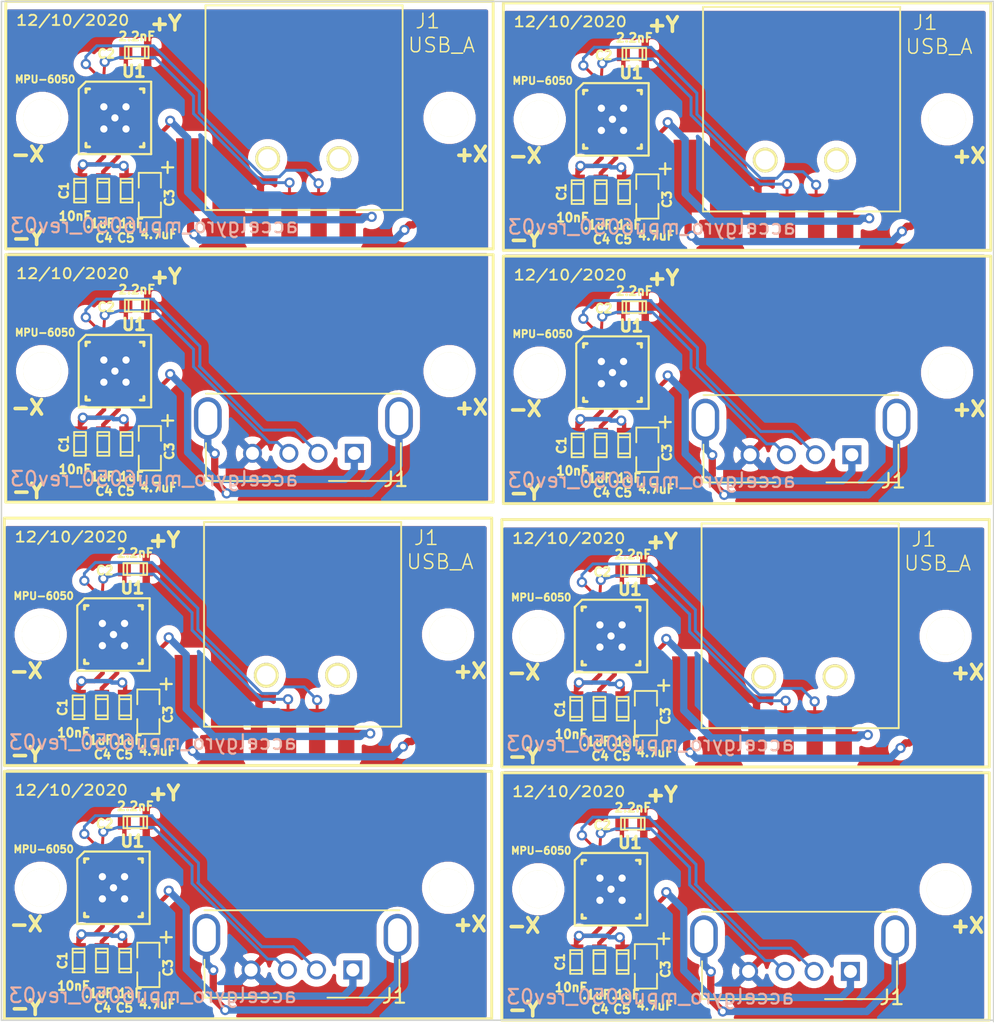
<source format=kicad_pcb>
(kicad_pcb (version 20171130) (host pcbnew 5.1.5-52549c5~86~ubuntu18.04.1)
  (layers (0 F.Cu signal) (31 B.Cu signal) (34 B.Paste user) (35 F.Paste user) (36 B.SilkS user) (37 F.SilkS user) (38 B.Mask user) (39 F.Mask user) (44 Edge.Cuts user))
  (net 0 "")
  (net 1 GND)
  (net 2 SCL)
  (net 3 SDA)
  (net 4 Vdd)
  (net 5 "Net-(C2-Pad1)")
  (net 6 "Net-(C4-Pad1)")
  (net 7 "Net-(J1-Pad5)")
  (module ted_capacitors:TED_SM0603_C (layer F.Cu) (at 176.4 122.5 270)
    (fp_text reference C4 (at 3.25 -0.05) (layer F.SilkS) (effects (font (size 0.6 0.6))))
    (fp_text value .1uF (at 2.25 0.2) (layer F.SilkS) (effects (font (size 0.6 0.6))))
    (pad 1 smd rect (at -0.75184 0 270) (size 0.89916 1.00076) (layers F.Cu F.Paste F.Mask) (net 6 "Net-(C4-Pad1)") (clearance 0.1))
    (pad 2 smd rect (at 0.75184 0 270) (size 0.89916 1.00076) (layers F.Cu F.Paste F.Mask) (net 1 GND) (clearance 0.1))
  )
  (module ted_holes:TED_Hole_2_6mm (layer F.Cu) (at 200.1 153)
    (fp_text reference H2 hide)
    (fp_text value HOLE hide)
    (pad "" np_thru_hole circle (at 0 0) (size 2.6 2.6) (drill 2.6) (layers *.Cu *.Mask F.SilkS))
  )
  (module ted_capacitors:TED_SM0603_C (layer F.Cu) (at 176.4 105.1 270)
    (fp_text reference C4 (at 3.25 -0.05) (layer F.SilkS) (effects (font (size 0.6 0.6))))
    (fp_text value .1uF (at 2.25 0.2) (layer F.SilkS) (effects (font (size 0.6 0.6))))
    (pad 1 smd rect (at -0.75184 0 270) (size 0.89916 1.00076) (layers F.Cu F.Paste F.Mask) (net 6 "Net-(C4-Pad1)") (clearance 0.1))
    (pad 2 smd rect (at 0.75184 0 270) (size 0.89916 1.00076) (layers F.Cu F.Paste F.Mask) (net 1 GND) (clearance 0.1))
  )
  (module ted_capacitors:TED_SM2012_0805_ELEC_C (layer F.Cu) (at 179.6 105.4 270)
    (fp_text reference C3 (at 0.2 -1.35 270) (layer F.SilkS) (effects (font (size 0.6 0.6))))
    (fp_text value 4.7uF (at 2.7 -0.6 180) (layer F.SilkS) (effects (font (size 0.6 0.6))))
    (fp_text user + (at -1.9 -1.15 270) (layer F.SilkS))
    (pad 2 smd rect (at 0.9525 0 270) (size 0.889 1.397) (layers F.Cu F.Paste F.Mask) (net 1 GND))
    (pad 1 smd rect (at -0.9525 0 270) (size 0.889 1.397) (layers F.Cu F.Paste F.Mask) (net 4 Vdd))
  )
  (module ted_holes:TED_Hole_2_6mm (layer F.Cu) (at 172.2 100.1)
    (fp_text reference H1 hide)
    (fp_text value HOLE hide)
    (pad "" np_thru_hole circle (at 0 0) (size 2.6 2.6) (drill 2.6) (layers *.Cu *.Mask F.SilkS))
  )
  (module ted_ICs:TED_QFN24+1_NO_PASTE (layer F.Cu) (at 177.2 100.1)
    (fp_text reference U1 (at 1.3 -3.2) (layer F.SilkS) (effects (font (size 0.8 0.8) (thickness 0.2))))
    (fp_text value MPU-6050 (at -4.8 -2.65) (layer F.SilkS) (effects (font (size 0.5 0.5) (thickness 0.125))))
    (pad 25 smd rect (at 0 0 270) (size 2.49936 2.49936) (layers B.Cu B.Mask) (net 1 GND))
    (pad 25 thru_hole circle (at -0.762 0.762 270) (size 0.6 0.6) (drill 0.5) (layers *.Cu) (net 1 GND))
    (pad 25 thru_hole circle (at 0.762 0.762 270) (size 0.6 0.6) (drill 0.5) (layers *.Cu) (net 1 GND))
    (pad 25 thru_hole circle (at -0.762 -0.762 270) (size 0.6 0.6) (drill 0.5) (layers *.Cu) (net 1 GND))
    (pad 25 thru_hole circle (at 0.762 -0.762 270) (size 0.6 0.6) (drill 0.5) (layers *.Cu) (net 1 GND))
    (pad 25 thru_hole circle (at 0 0 270) (size 0.6 0.6) (drill 0.5) (layers *.Cu) (net 1 GND))
    (pad 24 smd oval (at -1.24968 -1.99898 270) (size 0.8001 0.24892) (layers F.Cu F.Paste F.Mask) (net 3 SDA))
    (pad 23 smd oval (at -0.7493 -1.99898 270) (size 0.8001 0.24892) (layers F.Cu F.Paste F.Mask) (net 2 SCL))
    (pad 22 smd oval (at -0.24892 -1.99898 270) (size 0.8001 0.24892) (layers F.Cu F.Paste F.Mask))
    (pad 21 smd oval (at 0.24892 -1.99898 270) (size 0.8001 0.24892) (layers F.Cu F.Paste F.Mask))
    (pad 20 smd oval (at 0.7493 -1.99898 270) (size 0.8001 0.24892) (layers F.Cu F.Paste F.Mask) (net 5 "Net-(C2-Pad1)"))
    (pad 19 smd oval (at 1.24968 -1.99898 270) (size 0.8001 0.24892) (layers F.Cu F.Paste F.Mask))
    (pad 18 smd oval (at 1.99898 -1.24968 180) (size 0.8001 0.24892) (layers F.Cu F.Paste F.Mask) (net 1 GND))
    (pad 17 smd oval (at 1.99898 -0.7493 180) (size 0.8001 0.24892) (layers F.Cu F.Paste F.Mask))
    (pad 16 smd oval (at 1.99898 -0.24892 180) (size 0.8001 0.24892) (layers F.Cu F.Paste F.Mask))
    (pad 15 smd oval (at 1.99898 0.24892 180) (size 0.8001 0.24892) (layers F.Cu F.Paste F.Mask))
    (pad 14 smd oval (at 1.99898 0.7493 180) (size 0.8001 0.24892) (layers F.Cu F.Paste F.Mask))
    (pad 13 smd oval (at 1.99898 1.24968 180) (size 0.8001 0.24892) (layers F.Cu F.Paste F.Mask) (net 4 Vdd))
    (pad 12 smd oval (at 1.24968 1.99898 90) (size 0.8001 0.24892) (layers F.Cu F.Paste F.Mask))
    (pad 11 smd oval (at 0.7493 1.99898 90) (size 0.8001 0.24892) (layers F.Cu F.Paste F.Mask) (net 1 GND))
    (pad 10 smd oval (at 0.24892 1.99898 90) (size 0.8001 0.24892) (layers F.Cu F.Paste F.Mask) (net 6 "Net-(C4-Pad1)"))
    (pad 9 smd oval (at -0.24892 1.99898 90) (size 0.8001 0.24892) (layers F.Cu F.Paste F.Mask) (net 1 GND))
    (pad 8 smd oval (at -0.7493 1.99898 90) (size 0.8001 0.24892) (layers F.Cu F.Paste F.Mask) (net 4 Vdd))
    (pad 7 smd oval (at -1.24968 1.99898 90) (size 0.8001 0.24892) (layers F.Cu F.Paste F.Mask))
    (pad 6 smd oval (at -1.99898 1.24968) (size 0.8001 0.24892) (layers F.Cu F.Paste F.Mask))
    (pad 5 smd oval (at -1.99898 0.7493) (size 0.8001 0.24892) (layers F.Cu F.Paste F.Mask))
    (pad 4 smd oval (at -1.99898 0.24892) (size 0.8001 0.24892) (layers F.Cu F.Paste F.Mask))
    (pad 3 smd oval (at -1.99898 -0.24892) (size 0.8001 0.24892) (layers F.Cu F.Paste F.Mask))
    (pad 2 smd oval (at -1.99898 -0.7493) (size 0.8001 0.24892) (layers F.Cu F.Paste F.Mask))
    (pad 1 smd oval (at -1.99898 -1.24968) (size 0.8001 0.24892) (layers F.Cu F.Paste F.Mask) (net 1 GND))
    (pad 25 smd rect (at 0 0 270) (size 2.49936 2.49936) (layers F.Cu F.Mask) (net 1 GND))
  )
  (module ted_capacitors:TED_SM0603_C (layer F.Cu) (at 177.9 158 270)
    (fp_text reference C5 (at 3.25 0.05) (layer F.SilkS) (effects (font (size 0.6 0.6))))
    (fp_text value .1uF (at 2.25 -0.2) (layer F.SilkS) (effects (font (size 0.6 0.6))))
    (pad 2 smd rect (at 0.75184 0 270) (size 0.89916 1.00076) (layers F.Cu F.Paste F.Mask) (net 1 GND) (clearance 0.1))
    (pad 1 smd rect (at -0.75184 0 270) (size 0.89916 1.00076) (layers F.Cu F.Paste F.Mask) (net 4 Vdd) (clearance 0.1))
  )
  (module ted_capacitors:TED_SM0603_C (layer F.Cu) (at 178.6 148.5)
    (fp_text reference C2 (at -2.1 0.1) (layer F.SilkS) (effects (font (size 0.6 0.6))))
    (fp_text value 2.2nF (at 0 -1.1 180) (layer F.SilkS) (effects (font (size 0.6 0.6))))
    (pad 2 smd rect (at 0.75184 0) (size 0.89916 1.00076) (layers F.Cu F.Paste F.Mask) (net 1 GND) (clearance 0.1))
    (pad 1 smd rect (at -0.75184 0) (size 0.89916 1.00076) (layers F.Cu F.Paste F.Mask) (net 5 "Net-(C2-Pad1)") (clearance 0.1))
  )
  (module ted_capacitors:TED_SM2012_0805_ELEC_C (layer F.Cu) (at 179.5 140.9 270)
    (fp_text reference C3 (at 0.2 -1.35 270) (layer F.SilkS) (effects (font (size 0.6 0.6))))
    (fp_text value 4.7uF (at 2.7 -0.6 180) (layer F.SilkS) (effects (font (size 0.6 0.6))))
    (fp_text user + (at -1.9 -1.15 270) (layer F.SilkS))
    (pad 1 smd rect (at -0.9525 0 270) (size 0.889 1.397) (layers F.Cu F.Paste F.Mask) (net 4 Vdd))
    (pad 2 smd rect (at 0.9525 0 270) (size 0.889 1.397) (layers F.Cu F.Paste F.Mask) (net 1 GND))
  )
  (module ted_connectors:TED_USB_A_VERTICAL (layer F.Cu) (at 190.056 157.648 180)
    (fp_text reference J1 (at -6.35 -2.794) (layer F.SilkS))
    (fp_text value USB_A)
    (pad 1 thru_hole rect (at -3.5 -1 180) (size 1.3 1.3) (drill 0.9) (layers *.Cu *.Mask) (net 4 Vdd))
    (pad 2 thru_hole circle (at -1 -1 180) (size 1.3 1.3) (drill 0.9) (layers *.Cu *.Mask) (net 3 SDA))
    (pad 3 thru_hole circle (at 1 -1 180) (size 1.3 1.3) (drill 0.9) (layers *.Cu *.Mask) (net 2 SCL))
    (pad 4 thru_hole circle (at 3.5 -1 180) (size 1.3 1.3) (drill 0.9) (layers *.Cu *.Mask) (net 1 GND))
    (pad 5 thru_hole oval (at -6.57 1.4) (size 1.9 2.9) (drill oval 1.3 2.3) (layers *.Cu *.Mask) (net 7 "Net-(J1-Pad5)"))
    (pad 5 thru_hole oval (at 6.57 1.4 180) (size 1.9 2.9) (drill oval 1.3 2.3) (layers *.Cu *.Mask) (net 7 "Net-(J1-Pad5)"))
  )
  (module ted_capacitors:TED_SM0603_C (layer F.Cu) (at 176.3 158 270)
    (fp_text reference C4 (at 3.25 -0.05) (layer F.SilkS) (effects (font (size 0.6 0.6))))
    (fp_text value .1uF (at 2.25 0.2) (layer F.SilkS) (effects (font (size 0.6 0.6))))
    (pad 2 smd rect (at 0.75184 0 270) (size 0.89916 1.00076) (layers F.Cu F.Paste F.Mask) (net 1 GND) (clearance 0.1))
    (pad 1 smd rect (at -0.75184 0 270) (size 0.89916 1.00076) (layers F.Cu F.Paste F.Mask) (net 6 "Net-(C4-Pad1)") (clearance 0.1))
  )
  (module ted_holes:TED_Hole_2_6mm (layer F.Cu) (at 200.2 100.1)
    (fp_text reference H2 hide)
    (fp_text value HOLE hide)
    (pad "" np_thru_hole circle (at 0 0) (size 2.6 2.6) (drill 2.6) (layers *.Cu *.Mask F.SilkS))
  )
  (module ted_capacitors:TED_SM2012_0805_ELEC_C (layer F.Cu) (at 179.6 122.8 270)
    (fp_text reference C3 (at 0.2 -1.35 270) (layer F.SilkS) (effects (font (size 0.6 0.6))))
    (fp_text value 4.7uF (at 2.7 -0.6 180) (layer F.SilkS) (effects (font (size 0.6 0.6))))
    (fp_text user + (at -1.9 -1.15 270) (layer F.SilkS))
    (pad 2 smd rect (at 0.9525 0 270) (size 0.889 1.397) (layers F.Cu F.Paste F.Mask) (net 1 GND))
    (pad 1 smd rect (at -0.9525 0 270) (size 0.889 1.397) (layers F.Cu F.Paste F.Mask) (net 4 Vdd))
  )
  (module ted_capacitors:TED_SM0603_C (layer F.Cu) (at 178.7 113)
    (fp_text reference C2 (at -2.1 0.1) (layer F.SilkS) (effects (font (size 0.6 0.6))))
    (fp_text value 2.2nF (at 0 -1.1 180) (layer F.SilkS) (effects (font (size 0.6 0.6))))
    (pad 1 smd rect (at -0.75184 0) (size 0.89916 1.00076) (layers F.Cu F.Paste F.Mask) (net 5 "Net-(C2-Pad1)") (clearance 0.1))
    (pad 2 smd rect (at 0.75184 0) (size 0.89916 1.00076) (layers F.Cu F.Paste F.Mask) (net 1 GND) (clearance 0.1))
  )
  (module ted_capacitors:TED_SM0603_C (layer F.Cu) (at 174.8 122.5 270)
    (fp_text reference C1 (at 0 1.1 270) (layer F.SilkS) (effects (font (size 0.6 0.6))))
    (fp_text value 10nF (at 1.75 0.35) (layer F.SilkS) (effects (font (size 0.6 0.6))))
    (pad 1 smd rect (at -0.75184 0 270) (size 0.89916 1.00076) (layers F.Cu F.Paste F.Mask) (net 4 Vdd) (clearance 0.1))
    (pad 2 smd rect (at 0.75184 0 270) (size 0.89916 1.00076) (layers F.Cu F.Paste F.Mask) (net 1 GND) (clearance 0.1))
  )
  (module ted_connectors:TED_USB_A_SMD (layer F.Cu) (at 190.2 99.4 180)
    (fp_text reference J1 (at -8.5 5.95) (layer F.SilkS) (effects (font (size 1.00076 1.00076) (thickness 0.09906))))
    (fp_text value USB_A (at -9.45 4.3) (layer F.SilkS) (effects (font (size 1.00076 1.00076) (thickness 0.09906))))
    (pad "" np_thru_hole circle (at -2.4 -3.5 180) (size 1.7 1.7) (drill 1.3) (layers *.Cu *.Mask F.SilkS))
    (pad 3 smd rect (at 1 -7.5 180) (size 1.12 3.39) (layers F.Cu F.Paste F.Mask) (net 2 SCL))
    (pad 2 smd rect (at -1 -7.5 180) (size 1.12 3.39) (layers F.Cu F.Paste F.Mask) (net 3 SDA))
    (pad 1 smd rect (at -3 -7.5 180) (size 1.12 3.39) (layers F.Cu F.Paste F.Mask) (net 4 Vdd))
    (pad 4 smd rect (at 3 -7.5 180) (size 1.12 3.39) (layers F.Cu F.Paste F.Mask) (net 1 GND))
    (pad "" np_thru_hole circle (at 2.5 -3.5 180) (size 1.7 1.7) (drill 1.3) (layers *.Cu *.Mask F.SilkS))
    (pad 5 smd rect (at -7.8 -4.6 180) (size 2 5) (layers F.Cu F.Paste F.Mask) (net 7 "Net-(J1-Pad5)"))
    (pad 5 smd rect (at 7.8 -4.6 180) (size 2 5) (layers F.Cu F.Paste F.Mask) (net 7 "Net-(J1-Pad5)"))
  )
  (module ted_holes:TED_Hole_2_6mm (layer F.Cu) (at 172.2 117.5)
    (fp_text reference H1 hide)
    (fp_text value HOLE hide)
    (pad "" np_thru_hole circle (at 0 0) (size 2.6 2.6) (drill 2.6) (layers *.Cu *.Mask F.SilkS))
  )
  (module ted_capacitors:TED_SM0603_C (layer F.Cu) (at 178 105.1 270)
    (fp_text reference C5 (at 3.25 0.05) (layer F.SilkS) (effects (font (size 0.6 0.6))))
    (fp_text value .1uF (at 2.25 -0.2) (layer F.SilkS) (effects (font (size 0.6 0.6))))
    (pad 1 smd rect (at -0.75184 0 270) (size 0.89916 1.00076) (layers F.Cu F.Paste F.Mask) (net 4 Vdd) (clearance 0.1))
    (pad 2 smd rect (at 0.75184 0 270) (size 0.89916 1.00076) (layers F.Cu F.Paste F.Mask) (net 1 GND) (clearance 0.1))
  )
  (module ted_capacitors:TED_SM0603_C (layer F.Cu) (at 174.7 158 270)
    (fp_text reference C1 (at 0 1.1 270) (layer F.SilkS) (effects (font (size 0.6 0.6))))
    (fp_text value 10nF (at 1.75 0.35) (layer F.SilkS) (effects (font (size 0.6 0.6))))
    (pad 2 smd rect (at 0.75184 0 270) (size 0.89916 1.00076) (layers F.Cu F.Paste F.Mask) (net 1 GND) (clearance 0.1))
    (pad 1 smd rect (at -0.75184 0 270) (size 0.89916 1.00076) (layers F.Cu F.Paste F.Mask) (net 4 Vdd) (clearance 0.1))
  )
  (module ted_capacitors:TED_SM0603_C (layer F.Cu) (at 178 122.5 270)
    (fp_text reference C5 (at 3.25 0.05) (layer F.SilkS) (effects (font (size 0.6 0.6))))
    (fp_text value .1uF (at 2.25 -0.2) (layer F.SilkS) (effects (font (size 0.6 0.6))))
    (pad 1 smd rect (at -0.75184 0 270) (size 0.89916 1.00076) (layers F.Cu F.Paste F.Mask) (net 4 Vdd) (clearance 0.1))
    (pad 2 smd rect (at 0.75184 0 270) (size 0.89916 1.00076) (layers F.Cu F.Paste F.Mask) (net 1 GND) (clearance 0.1))
  )
  (module ted_capacitors:TED_SM0603_C (layer F.Cu) (at 178.6 131.1)
    (fp_text reference C2 (at -2.1 0.1) (layer F.SilkS) (effects (font (size 0.6 0.6))))
    (fp_text value 2.2nF (at 0 -1.1 180) (layer F.SilkS) (effects (font (size 0.6 0.6))))
    (pad 2 smd rect (at 0.75184 0) (size 0.89916 1.00076) (layers F.Cu F.Paste F.Mask) (net 1 GND) (clearance 0.1))
    (pad 1 smd rect (at -0.75184 0) (size 0.89916 1.00076) (layers F.Cu F.Paste F.Mask) (net 5 "Net-(C2-Pad1)") (clearance 0.1))
  )
  (module ted_ICs:TED_QFN24+1_NO_PASTE (layer F.Cu) (at 177.2 117.5)
    (fp_text reference U1 (at 1.3 -3.2) (layer F.SilkS) (effects (font (size 0.8 0.8) (thickness 0.2))))
    (fp_text value MPU-6050 (at -4.8 -2.65) (layer F.SilkS) (effects (font (size 0.5 0.5) (thickness 0.125))))
    (pad 25 smd rect (at 0 0 270) (size 2.49936 2.49936) (layers B.Cu B.Mask) (net 1 GND))
    (pad 25 thru_hole circle (at -0.762 0.762 270) (size 0.6 0.6) (drill 0.5) (layers *.Cu) (net 1 GND))
    (pad 25 thru_hole circle (at 0.762 0.762 270) (size 0.6 0.6) (drill 0.5) (layers *.Cu) (net 1 GND))
    (pad 25 thru_hole circle (at -0.762 -0.762 270) (size 0.6 0.6) (drill 0.5) (layers *.Cu) (net 1 GND))
    (pad 25 thru_hole circle (at 0.762 -0.762 270) (size 0.6 0.6) (drill 0.5) (layers *.Cu) (net 1 GND))
    (pad 25 thru_hole circle (at 0 0 270) (size 0.6 0.6) (drill 0.5) (layers *.Cu) (net 1 GND))
    (pad 24 smd oval (at -1.24968 -1.99898 270) (size 0.8001 0.24892) (layers F.Cu F.Paste F.Mask) (net 3 SDA))
    (pad 23 smd oval (at -0.7493 -1.99898 270) (size 0.8001 0.24892) (layers F.Cu F.Paste F.Mask) (net 2 SCL))
    (pad 22 smd oval (at -0.24892 -1.99898 270) (size 0.8001 0.24892) (layers F.Cu F.Paste F.Mask))
    (pad 21 smd oval (at 0.24892 -1.99898 270) (size 0.8001 0.24892) (layers F.Cu F.Paste F.Mask))
    (pad 20 smd oval (at 0.7493 -1.99898 270) (size 0.8001 0.24892) (layers F.Cu F.Paste F.Mask) (net 5 "Net-(C2-Pad1)"))
    (pad 19 smd oval (at 1.24968 -1.99898 270) (size 0.8001 0.24892) (layers F.Cu F.Paste F.Mask))
    (pad 18 smd oval (at 1.99898 -1.24968 180) (size 0.8001 0.24892) (layers F.Cu F.Paste F.Mask) (net 1 GND))
    (pad 17 smd oval (at 1.99898 -0.7493 180) (size 0.8001 0.24892) (layers F.Cu F.Paste F.Mask))
    (pad 16 smd oval (at 1.99898 -0.24892 180) (size 0.8001 0.24892) (layers F.Cu F.Paste F.Mask))
    (pad 15 smd oval (at 1.99898 0.24892 180) (size 0.8001 0.24892) (layers F.Cu F.Paste F.Mask))
    (pad 14 smd oval (at 1.99898 0.7493 180) (size 0.8001 0.24892) (layers F.Cu F.Paste F.Mask))
    (pad 13 smd oval (at 1.99898 1.24968 180) (size 0.8001 0.24892) (layers F.Cu F.Paste F.Mask) (net 4 Vdd))
    (pad 12 smd oval (at 1.24968 1.99898 90) (size 0.8001 0.24892) (layers F.Cu F.Paste F.Mask))
    (pad 11 smd oval (at 0.7493 1.99898 90) (size 0.8001 0.24892) (layers F.Cu F.Paste F.Mask) (net 1 GND))
    (pad 10 smd oval (at 0.24892 1.99898 90) (size 0.8001 0.24892) (layers F.Cu F.Paste F.Mask) (net 6 "Net-(C4-Pad1)"))
    (pad 9 smd oval (at -0.24892 1.99898 90) (size 0.8001 0.24892) (layers F.Cu F.Paste F.Mask) (net 1 GND))
    (pad 8 smd oval (at -0.7493 1.99898 90) (size 0.8001 0.24892) (layers F.Cu F.Paste F.Mask) (net 4 Vdd))
    (pad 7 smd oval (at -1.24968 1.99898 90) (size 0.8001 0.24892) (layers F.Cu F.Paste F.Mask))
    (pad 6 smd oval (at -1.99898 1.24968) (size 0.8001 0.24892) (layers F.Cu F.Paste F.Mask))
    (pad 5 smd oval (at -1.99898 0.7493) (size 0.8001 0.24892) (layers F.Cu F.Paste F.Mask))
    (pad 4 smd oval (at -1.99898 0.24892) (size 0.8001 0.24892) (layers F.Cu F.Paste F.Mask))
    (pad 3 smd oval (at -1.99898 -0.24892) (size 0.8001 0.24892) (layers F.Cu F.Paste F.Mask))
    (pad 2 smd oval (at -1.99898 -0.7493) (size 0.8001 0.24892) (layers F.Cu F.Paste F.Mask))
    (pad 1 smd oval (at -1.99898 -1.24968) (size 0.8001 0.24892) (layers F.Cu F.Paste F.Mask) (net 1 GND))
    (pad 25 smd rect (at 0 0 270) (size 2.49936 2.49936) (layers F.Cu F.Mask) (net 1 GND))
  )
  (module ted_holes:TED_Hole_2_6mm (layer F.Cu) (at 172.1 153)
    (fp_text reference H1 hide)
    (fp_text value HOLE hide)
    (pad "" np_thru_hole circle (at 0 0) (size 2.6 2.6) (drill 2.6) (layers *.Cu *.Mask F.SilkS))
  )
  (module ted_connectors:TED_USB_A_SMD (layer F.Cu) (at 190.1 134.9 180)
    (fp_text reference J1 (at -8.5 5.95) (layer F.SilkS) (effects (font (size 1.00076 1.00076) (thickness 0.09906))))
    (fp_text value USB_A (at -9.45 4.3) (layer F.SilkS) (effects (font (size 1.00076 1.00076) (thickness 0.09906))))
    (pad 5 smd rect (at 7.8 -4.6 180) (size 2 5) (layers F.Cu F.Paste F.Mask) (net 7 "Net-(J1-Pad5)"))
    (pad 5 smd rect (at -7.8 -4.6 180) (size 2 5) (layers F.Cu F.Paste F.Mask) (net 7 "Net-(J1-Pad5)"))
    (pad "" np_thru_hole circle (at 2.5 -3.5 180) (size 1.7 1.7) (drill 1.3) (layers *.Cu *.Mask F.SilkS))
    (pad 4 smd rect (at 3 -7.5 180) (size 1.12 3.39) (layers F.Cu F.Paste F.Mask) (net 1 GND))
    (pad 1 smd rect (at -3 -7.5 180) (size 1.12 3.39) (layers F.Cu F.Paste F.Mask) (net 4 Vdd))
    (pad 2 smd rect (at -1 -7.5 180) (size 1.12 3.39) (layers F.Cu F.Paste F.Mask) (net 3 SDA))
    (pad 3 smd rect (at 1 -7.5 180) (size 1.12 3.39) (layers F.Cu F.Paste F.Mask) (net 2 SCL))
    (pad "" np_thru_hole circle (at -2.4 -3.5 180) (size 1.7 1.7) (drill 1.3) (layers *.Cu *.Mask F.SilkS))
  )
  (module ted_holes:TED_Hole_2_6mm (layer F.Cu) (at 172.1 135.6)
    (fp_text reference H1 hide)
    (fp_text value HOLE hide)
    (pad "" np_thru_hole circle (at 0 0) (size 2.6 2.6) (drill 2.6) (layers *.Cu *.Mask F.SilkS))
  )
  (module ted_holes:TED_Hole_2_6mm (layer F.Cu) (at 200.1 135.6)
    (fp_text reference H2 hide)
    (fp_text value HOLE hide)
    (pad "" np_thru_hole circle (at 0 0) (size 2.6 2.6) (drill 2.6) (layers *.Cu *.Mask F.SilkS))
  )
  (module ted_capacitors:TED_SM0603_C (layer F.Cu) (at 177.9 140.6 270)
    (fp_text reference C5 (at 3.25 0.05) (layer F.SilkS) (effects (font (size 0.6 0.6))))
    (fp_text value .1uF (at 2.25 -0.2) (layer F.SilkS) (effects (font (size 0.6 0.6))))
    (pad 2 smd rect (at 0.75184 0 270) (size 0.89916 1.00076) (layers F.Cu F.Paste F.Mask) (net 1 GND) (clearance 0.1))
    (pad 1 smd rect (at -0.75184 0 270) (size 0.89916 1.00076) (layers F.Cu F.Paste F.Mask) (net 4 Vdd) (clearance 0.1))
  )
  (module ted_ICs:TED_QFN24+1_NO_PASTE (layer F.Cu) (at 177.1 135.6)
    (fp_text reference U1 (at 1.3 -3.2) (layer F.SilkS) (effects (font (size 0.8 0.8) (thickness 0.2))))
    (fp_text value MPU-6050 (at -4.8 -2.65) (layer F.SilkS) (effects (font (size 0.5 0.5) (thickness 0.125))))
    (pad 25 smd rect (at 0 0 270) (size 2.49936 2.49936) (layers F.Cu F.Mask) (net 1 GND))
    (pad 1 smd oval (at -1.99898 -1.24968) (size 0.8001 0.24892) (layers F.Cu F.Paste F.Mask) (net 1 GND))
    (pad 2 smd oval (at -1.99898 -0.7493) (size 0.8001 0.24892) (layers F.Cu F.Paste F.Mask))
    (pad 3 smd oval (at -1.99898 -0.24892) (size 0.8001 0.24892) (layers F.Cu F.Paste F.Mask))
    (pad 4 smd oval (at -1.99898 0.24892) (size 0.8001 0.24892) (layers F.Cu F.Paste F.Mask))
    (pad 5 smd oval (at -1.99898 0.7493) (size 0.8001 0.24892) (layers F.Cu F.Paste F.Mask))
    (pad 6 smd oval (at -1.99898 1.24968) (size 0.8001 0.24892) (layers F.Cu F.Paste F.Mask))
    (pad 7 smd oval (at -1.24968 1.99898 90) (size 0.8001 0.24892) (layers F.Cu F.Paste F.Mask))
    (pad 8 smd oval (at -0.7493 1.99898 90) (size 0.8001 0.24892) (layers F.Cu F.Paste F.Mask) (net 4 Vdd))
    (pad 9 smd oval (at -0.24892 1.99898 90) (size 0.8001 0.24892) (layers F.Cu F.Paste F.Mask) (net 1 GND))
    (pad 10 smd oval (at 0.24892 1.99898 90) (size 0.8001 0.24892) (layers F.Cu F.Paste F.Mask) (net 6 "Net-(C4-Pad1)"))
    (pad 11 smd oval (at 0.7493 1.99898 90) (size 0.8001 0.24892) (layers F.Cu F.Paste F.Mask) (net 1 GND))
    (pad 12 smd oval (at 1.24968 1.99898 90) (size 0.8001 0.24892) (layers F.Cu F.Paste F.Mask))
    (pad 13 smd oval (at 1.99898 1.24968 180) (size 0.8001 0.24892) (layers F.Cu F.Paste F.Mask) (net 4 Vdd))
    (pad 14 smd oval (at 1.99898 0.7493 180) (size 0.8001 0.24892) (layers F.Cu F.Paste F.Mask))
    (pad 15 smd oval (at 1.99898 0.24892 180) (size 0.8001 0.24892) (layers F.Cu F.Paste F.Mask))
    (pad 16 smd oval (at 1.99898 -0.24892 180) (size 0.8001 0.24892) (layers F.Cu F.Paste F.Mask))
    (pad 17 smd oval (at 1.99898 -0.7493 180) (size 0.8001 0.24892) (layers F.Cu F.Paste F.Mask))
    (pad 18 smd oval (at 1.99898 -1.24968 180) (size 0.8001 0.24892) (layers F.Cu F.Paste F.Mask) (net 1 GND))
    (pad 19 smd oval (at 1.24968 -1.99898 270) (size 0.8001 0.24892) (layers F.Cu F.Paste F.Mask))
    (pad 20 smd oval (at 0.7493 -1.99898 270) (size 0.8001 0.24892) (layers F.Cu F.Paste F.Mask) (net 5 "Net-(C2-Pad1)"))
    (pad 21 smd oval (at 0.24892 -1.99898 270) (size 0.8001 0.24892) (layers F.Cu F.Paste F.Mask))
    (pad 22 smd oval (at -0.24892 -1.99898 270) (size 0.8001 0.24892) (layers F.Cu F.Paste F.Mask))
    (pad 23 smd oval (at -0.7493 -1.99898 270) (size 0.8001 0.24892) (layers F.Cu F.Paste F.Mask) (net 2 SCL))
    (pad 24 smd oval (at -1.24968 -1.99898 270) (size 0.8001 0.24892) (layers F.Cu F.Paste F.Mask) (net 3 SDA))
    (pad 25 thru_hole circle (at 0 0 270) (size 0.6 0.6) (drill 0.5) (layers *.Cu) (net 1 GND))
    (pad 25 thru_hole circle (at 0.762 -0.762 270) (size 0.6 0.6) (drill 0.5) (layers *.Cu) (net 1 GND))
    (pad 25 thru_hole circle (at -0.762 -0.762 270) (size 0.6 0.6) (drill 0.5) (layers *.Cu) (net 1 GND))
    (pad 25 thru_hole circle (at 0.762 0.762 270) (size 0.6 0.6) (drill 0.5) (layers *.Cu) (net 1 GND))
    (pad 25 thru_hole circle (at -0.762 0.762 270) (size 0.6 0.6) (drill 0.5) (layers *.Cu) (net 1 GND))
    (pad 25 smd rect (at 0 0 270) (size 2.49936 2.49936) (layers B.Cu B.Mask) (net 1 GND))
  )
  (module ted_holes:TED_Hole_2_6mm (layer F.Cu) (at 200.2 117.5)
    (fp_text reference H2 hide)
    (fp_text value HOLE hide)
    (pad "" np_thru_hole circle (at 0 0) (size 2.6 2.6) (drill 2.6) (layers *.Cu *.Mask F.SilkS))
  )
  (module ted_capacitors:TED_SM2012_0805_ELEC_C (layer F.Cu) (at 179.5 158.3 270)
    (fp_text reference C3 (at 0.2 -1.35 270) (layer F.SilkS) (effects (font (size 0.6 0.6))))
    (fp_text value 4.7uF (at 2.7 -0.6 180) (layer F.SilkS) (effects (font (size 0.6 0.6))))
    (fp_text user + (at -1.9 -1.15 270) (layer F.SilkS))
    (pad 1 smd rect (at -0.9525 0 270) (size 0.889 1.397) (layers F.Cu F.Paste F.Mask) (net 4 Vdd))
    (pad 2 smd rect (at 0.9525 0 270) (size 0.889 1.397) (layers F.Cu F.Paste F.Mask) (net 1 GND))
  )
  (module ted_capacitors:TED_SM0603_C (layer F.Cu) (at 176.3 140.6 270)
    (fp_text reference C4 (at 3.25 -0.05) (layer F.SilkS) (effects (font (size 0.6 0.6))))
    (fp_text value .1uF (at 2.25 0.2) (layer F.SilkS) (effects (font (size 0.6 0.6))))
    (pad 2 smd rect (at 0.75184 0 270) (size 0.89916 1.00076) (layers F.Cu F.Paste F.Mask) (net 1 GND) (clearance 0.1))
    (pad 1 smd rect (at -0.75184 0 270) (size 0.89916 1.00076) (layers F.Cu F.Paste F.Mask) (net 6 "Net-(C4-Pad1)") (clearance 0.1))
  )
  (module ted_capacitors:TED_SM0603_C (layer F.Cu) (at 174.7 140.6 270)
    (fp_text reference C1 (at 0 1.1 270) (layer F.SilkS) (effects (font (size 0.6 0.6))))
    (fp_text value 10nF (at 1.75 0.35) (layer F.SilkS) (effects (font (size 0.6 0.6))))
    (pad 2 smd rect (at 0.75184 0 270) (size 0.89916 1.00076) (layers F.Cu F.Paste F.Mask) (net 1 GND) (clearance 0.1))
    (pad 1 smd rect (at -0.75184 0 270) (size 0.89916 1.00076) (layers F.Cu F.Paste F.Mask) (net 4 Vdd) (clearance 0.1))
  )
  (module ted_capacitors:TED_SM0603_C (layer F.Cu) (at 178.7 95.6)
    (fp_text reference C2 (at -2.1 0.1) (layer F.SilkS) (effects (font (size 0.6 0.6))))
    (fp_text value 2.2nF (at 0 -1.1 180) (layer F.SilkS) (effects (font (size 0.6 0.6))))
    (pad 1 smd rect (at -0.75184 0) (size 0.89916 1.00076) (layers F.Cu F.Paste F.Mask) (net 5 "Net-(C2-Pad1)") (clearance 0.1))
    (pad 2 smd rect (at 0.75184 0) (size 0.89916 1.00076) (layers F.Cu F.Paste F.Mask) (net 1 GND) (clearance 0.1))
  )
  (module ted_capacitors:TED_SM0603_C (layer F.Cu) (at 174.8 105.1 270)
    (fp_text reference C1 (at 0 1.1 270) (layer F.SilkS) (effects (font (size 0.6 0.6))))
    (fp_text value 10nF (at 1.75 0.35) (layer F.SilkS) (effects (font (size 0.6 0.6))))
    (pad 1 smd rect (at -0.75184 0 270) (size 0.89916 1.00076) (layers F.Cu F.Paste F.Mask) (net 4 Vdd) (clearance 0.1))
    (pad 2 smd rect (at 0.75184 0 270) (size 0.89916 1.00076) (layers F.Cu F.Paste F.Mask) (net 1 GND) (clearance 0.1))
  )
  (module ted_ICs:TED_QFN24+1_NO_PASTE (layer F.Cu) (at 177.1 153)
    (fp_text reference U1 (at 1.3 -3.2) (layer F.SilkS) (effects (font (size 0.8 0.8) (thickness 0.2))))
    (fp_text value MPU-6050 (at -4.8 -2.65) (layer F.SilkS) (effects (font (size 0.5 0.5) (thickness 0.125))))
    (pad 25 smd rect (at 0 0 270) (size 2.49936 2.49936) (layers F.Cu F.Mask) (net 1 GND))
    (pad 1 smd oval (at -1.99898 -1.24968) (size 0.8001 0.24892) (layers F.Cu F.Paste F.Mask) (net 1 GND))
    (pad 2 smd oval (at -1.99898 -0.7493) (size 0.8001 0.24892) (layers F.Cu F.Paste F.Mask))
    (pad 3 smd oval (at -1.99898 -0.24892) (size 0.8001 0.24892) (layers F.Cu F.Paste F.Mask))
    (pad 4 smd oval (at -1.99898 0.24892) (size 0.8001 0.24892) (layers F.Cu F.Paste F.Mask))
    (pad 5 smd oval (at -1.99898 0.7493) (size 0.8001 0.24892) (layers F.Cu F.Paste F.Mask))
    (pad 6 smd oval (at -1.99898 1.24968) (size 0.8001 0.24892) (layers F.Cu F.Paste F.Mask))
    (pad 7 smd oval (at -1.24968 1.99898 90) (size 0.8001 0.24892) (layers F.Cu F.Paste F.Mask))
    (pad 8 smd oval (at -0.7493 1.99898 90) (size 0.8001 0.24892) (layers F.Cu F.Paste F.Mask) (net 4 Vdd))
    (pad 9 smd oval (at -0.24892 1.99898 90) (size 0.8001 0.24892) (layers F.Cu F.Paste F.Mask) (net 1 GND))
    (pad 10 smd oval (at 0.24892 1.99898 90) (size 0.8001 0.24892) (layers F.Cu F.Paste F.Mask) (net 6 "Net-(C4-Pad1)"))
    (pad 11 smd oval (at 0.7493 1.99898 90) (size 0.8001 0.24892) (layers F.Cu F.Paste F.Mask) (net 1 GND))
    (pad 12 smd oval (at 1.24968 1.99898 90) (size 0.8001 0.24892) (layers F.Cu F.Paste F.Mask))
    (pad 13 smd oval (at 1.99898 1.24968 180) (size 0.8001 0.24892) (layers F.Cu F.Paste F.Mask) (net 4 Vdd))
    (pad 14 smd oval (at 1.99898 0.7493 180) (size 0.8001 0.24892) (layers F.Cu F.Paste F.Mask))
    (pad 15 smd oval (at 1.99898 0.24892 180) (size 0.8001 0.24892) (layers F.Cu F.Paste F.Mask))
    (pad 16 smd oval (at 1.99898 -0.24892 180) (size 0.8001 0.24892) (layers F.Cu F.Paste F.Mask))
    (pad 17 smd oval (at 1.99898 -0.7493 180) (size 0.8001 0.24892) (layers F.Cu F.Paste F.Mask))
    (pad 18 smd oval (at 1.99898 -1.24968 180) (size 0.8001 0.24892) (layers F.Cu F.Paste F.Mask) (net 1 GND))
    (pad 19 smd oval (at 1.24968 -1.99898 270) (size 0.8001 0.24892) (layers F.Cu F.Paste F.Mask))
    (pad 20 smd oval (at 0.7493 -1.99898 270) (size 0.8001 0.24892) (layers F.Cu F.Paste F.Mask) (net 5 "Net-(C2-Pad1)"))
    (pad 21 smd oval (at 0.24892 -1.99898 270) (size 0.8001 0.24892) (layers F.Cu F.Paste F.Mask))
    (pad 22 smd oval (at -0.24892 -1.99898 270) (size 0.8001 0.24892) (layers F.Cu F.Paste F.Mask))
    (pad 23 smd oval (at -0.7493 -1.99898 270) (size 0.8001 0.24892) (layers F.Cu F.Paste F.Mask) (net 2 SCL))
    (pad 24 smd oval (at -1.24968 -1.99898 270) (size 0.8001 0.24892) (layers F.Cu F.Paste F.Mask) (net 3 SDA))
    (pad 25 thru_hole circle (at 0 0 270) (size 0.6 0.6) (drill 0.5) (layers *.Cu) (net 1 GND))
    (pad 25 thru_hole circle (at 0.762 -0.762 270) (size 0.6 0.6) (drill 0.5) (layers *.Cu) (net 1 GND))
    (pad 25 thru_hole circle (at -0.762 -0.762 270) (size 0.6 0.6) (drill 0.5) (layers *.Cu) (net 1 GND))
    (pad 25 thru_hole circle (at 0.762 0.762 270) (size 0.6 0.6) (drill 0.5) (layers *.Cu) (net 1 GND))
    (pad 25 thru_hole circle (at -0.762 0.762 270) (size 0.6 0.6) (drill 0.5) (layers *.Cu) (net 1 GND))
    (pad 25 smd rect (at 0 0 270) (size 2.49936 2.49936) (layers B.Cu B.Mask) (net 1 GND))
  )
  (module ted_connectors:TED_USB_A_VERTICAL (layer F.Cu) (at 190.156 122.148 180)
    (fp_text reference J1 (at -6.35 -2.794) (layer F.SilkS))
    (fp_text value USB_A)
    (pad 5 thru_hole oval (at 6.57 1.4 180) (size 1.9 2.9) (drill oval 1.3 2.3) (layers *.Cu *.Mask) (net 7 "Net-(J1-Pad5)"))
    (pad 5 thru_hole oval (at -6.57 1.4) (size 1.9 2.9) (drill oval 1.3 2.3) (layers *.Cu *.Mask) (net 7 "Net-(J1-Pad5)"))
    (pad 4 thru_hole circle (at 3.5 -1 180) (size 1.3 1.3) (drill 0.9) (layers *.Cu *.Mask) (net 1 GND))
    (pad 3 thru_hole circle (at 1 -1 180) (size 1.3 1.3) (drill 0.9) (layers *.Cu *.Mask) (net 2 SCL))
    (pad 2 thru_hole circle (at -1 -1 180) (size 1.3 1.3) (drill 0.9) (layers *.Cu *.Mask) (net 3 SDA))
    (pad 1 thru_hole rect (at -3.5 -1 180) (size 1.3 1.3) (drill 0.9) (layers *.Cu *.Mask) (net 4 Vdd))
  )
  (module ted_capacitors:TED_SM0603_C (layer F.Cu) (at 142.1 157.9 270)
    (fp_text reference C4 (at 3.25 -0.05) (layer F.SilkS) (effects (font (size 0.6 0.6))))
    (fp_text value .1uF (at 2.25 0.2) (layer F.SilkS) (effects (font (size 0.6 0.6))))
    (pad 1 smd rect (at -0.75184 0 270) (size 0.89916 1.00076) (layers F.Cu F.Paste F.Mask) (net 6 "Net-(C4-Pad1)") (clearance 0.1))
    (pad 2 smd rect (at 0.75184 0 270) (size 0.89916 1.00076) (layers F.Cu F.Paste F.Mask) (net 1 GND) (clearance 0.1))
  )
  (module ted_capacitors:TED_SM0603_C (layer F.Cu) (at 142.1 140.5 270)
    (fp_text reference C4 (at 3.25 -0.05) (layer F.SilkS) (effects (font (size 0.6 0.6))))
    (fp_text value .1uF (at 2.25 0.2) (layer F.SilkS) (effects (font (size 0.6 0.6))))
    (pad 1 smd rect (at -0.75184 0 270) (size 0.89916 1.00076) (layers F.Cu F.Paste F.Mask) (net 6 "Net-(C4-Pad1)") (clearance 0.1))
    (pad 2 smd rect (at 0.75184 0 270) (size 0.89916 1.00076) (layers F.Cu F.Paste F.Mask) (net 1 GND) (clearance 0.1))
  )
  (module ted_capacitors:TED_SM2012_0805_ELEC_C (layer F.Cu) (at 145.3 140.8 270)
    (fp_text reference C3 (at 0.2 -1.35 270) (layer F.SilkS) (effects (font (size 0.6 0.6))))
    (fp_text value 4.7uF (at 2.7 -0.6 180) (layer F.SilkS) (effects (font (size 0.6 0.6))))
    (fp_text user + (at -1.9 -1.15 270) (layer F.SilkS))
    (pad 2 smd rect (at 0.9525 0 270) (size 0.889 1.397) (layers F.Cu F.Paste F.Mask) (net 1 GND))
    (pad 1 smd rect (at -0.9525 0 270) (size 0.889 1.397) (layers F.Cu F.Paste F.Mask) (net 4 Vdd))
  )
  (module ted_holes:TED_Hole_2_6mm (layer F.Cu) (at 137.9 135.5)
    (fp_text reference H1 hide)
    (fp_text value HOLE hide)
    (pad "" np_thru_hole circle (at 0 0) (size 2.6 2.6) (drill 2.6) (layers *.Cu *.Mask F.SilkS))
  )
  (module ted_ICs:TED_QFN24+1_NO_PASTE (layer F.Cu) (at 142.9 135.5)
    (fp_text reference U1 (at 1.3 -3.2) (layer F.SilkS) (effects (font (size 0.8 0.8) (thickness 0.2))))
    (fp_text value MPU-6050 (at -4.8 -2.65) (layer F.SilkS) (effects (font (size 0.5 0.5) (thickness 0.125))))
    (pad 25 smd rect (at 0 0 270) (size 2.49936 2.49936) (layers B.Cu B.Mask) (net 1 GND))
    (pad 25 thru_hole circle (at -0.762 0.762 270) (size 0.6 0.6) (drill 0.5) (layers *.Cu) (net 1 GND))
    (pad 25 thru_hole circle (at 0.762 0.762 270) (size 0.6 0.6) (drill 0.5) (layers *.Cu) (net 1 GND))
    (pad 25 thru_hole circle (at -0.762 -0.762 270) (size 0.6 0.6) (drill 0.5) (layers *.Cu) (net 1 GND))
    (pad 25 thru_hole circle (at 0.762 -0.762 270) (size 0.6 0.6) (drill 0.5) (layers *.Cu) (net 1 GND))
    (pad 25 thru_hole circle (at 0 0 270) (size 0.6 0.6) (drill 0.5) (layers *.Cu) (net 1 GND))
    (pad 24 smd oval (at -1.24968 -1.99898 270) (size 0.8001 0.24892) (layers F.Cu F.Paste F.Mask) (net 3 SDA))
    (pad 23 smd oval (at -0.7493 -1.99898 270) (size 0.8001 0.24892) (layers F.Cu F.Paste F.Mask) (net 2 SCL))
    (pad 22 smd oval (at -0.24892 -1.99898 270) (size 0.8001 0.24892) (layers F.Cu F.Paste F.Mask))
    (pad 21 smd oval (at 0.24892 -1.99898 270) (size 0.8001 0.24892) (layers F.Cu F.Paste F.Mask))
    (pad 20 smd oval (at 0.7493 -1.99898 270) (size 0.8001 0.24892) (layers F.Cu F.Paste F.Mask) (net 5 "Net-(C2-Pad1)"))
    (pad 19 smd oval (at 1.24968 -1.99898 270) (size 0.8001 0.24892) (layers F.Cu F.Paste F.Mask))
    (pad 18 smd oval (at 1.99898 -1.24968 180) (size 0.8001 0.24892) (layers F.Cu F.Paste F.Mask) (net 1 GND))
    (pad 17 smd oval (at 1.99898 -0.7493 180) (size 0.8001 0.24892) (layers F.Cu F.Paste F.Mask))
    (pad 16 smd oval (at 1.99898 -0.24892 180) (size 0.8001 0.24892) (layers F.Cu F.Paste F.Mask))
    (pad 15 smd oval (at 1.99898 0.24892 180) (size 0.8001 0.24892) (layers F.Cu F.Paste F.Mask))
    (pad 14 smd oval (at 1.99898 0.7493 180) (size 0.8001 0.24892) (layers F.Cu F.Paste F.Mask))
    (pad 13 smd oval (at 1.99898 1.24968 180) (size 0.8001 0.24892) (layers F.Cu F.Paste F.Mask) (net 4 Vdd))
    (pad 12 smd oval (at 1.24968 1.99898 90) (size 0.8001 0.24892) (layers F.Cu F.Paste F.Mask))
    (pad 11 smd oval (at 0.7493 1.99898 90) (size 0.8001 0.24892) (layers F.Cu F.Paste F.Mask) (net 1 GND))
    (pad 10 smd oval (at 0.24892 1.99898 90) (size 0.8001 0.24892) (layers F.Cu F.Paste F.Mask) (net 6 "Net-(C4-Pad1)"))
    (pad 9 smd oval (at -0.24892 1.99898 90) (size 0.8001 0.24892) (layers F.Cu F.Paste F.Mask) (net 1 GND))
    (pad 8 smd oval (at -0.7493 1.99898 90) (size 0.8001 0.24892) (layers F.Cu F.Paste F.Mask) (net 4 Vdd))
    (pad 7 smd oval (at -1.24968 1.99898 90) (size 0.8001 0.24892) (layers F.Cu F.Paste F.Mask))
    (pad 6 smd oval (at -1.99898 1.24968) (size 0.8001 0.24892) (layers F.Cu F.Paste F.Mask))
    (pad 5 smd oval (at -1.99898 0.7493) (size 0.8001 0.24892) (layers F.Cu F.Paste F.Mask))
    (pad 4 smd oval (at -1.99898 0.24892) (size 0.8001 0.24892) (layers F.Cu F.Paste F.Mask))
    (pad 3 smd oval (at -1.99898 -0.24892) (size 0.8001 0.24892) (layers F.Cu F.Paste F.Mask))
    (pad 2 smd oval (at -1.99898 -0.7493) (size 0.8001 0.24892) (layers F.Cu F.Paste F.Mask))
    (pad 1 smd oval (at -1.99898 -1.24968) (size 0.8001 0.24892) (layers F.Cu F.Paste F.Mask) (net 1 GND))
    (pad 25 smd rect (at 0 0 270) (size 2.49936 2.49936) (layers F.Cu F.Mask) (net 1 GND))
  )
  (module ted_holes:TED_Hole_2_6mm (layer F.Cu) (at 165.9 135.5)
    (fp_text reference H2 hide)
    (fp_text value HOLE hide)
    (pad "" np_thru_hole circle (at 0 0) (size 2.6 2.6) (drill 2.6) (layers *.Cu *.Mask F.SilkS))
  )
  (module ted_capacitors:TED_SM2012_0805_ELEC_C (layer F.Cu) (at 145.3 158.2 270)
    (fp_text reference C3 (at 0.2 -1.35 270) (layer F.SilkS) (effects (font (size 0.6 0.6))))
    (fp_text value 4.7uF (at 2.7 -0.6 180) (layer F.SilkS) (effects (font (size 0.6 0.6))))
    (fp_text user + (at -1.9 -1.15 270) (layer F.SilkS))
    (pad 2 smd rect (at 0.9525 0 270) (size 0.889 1.397) (layers F.Cu F.Paste F.Mask) (net 1 GND))
    (pad 1 smd rect (at -0.9525 0 270) (size 0.889 1.397) (layers F.Cu F.Paste F.Mask) (net 4 Vdd))
  )
  (module ted_capacitors:TED_SM0603_C (layer F.Cu) (at 144.4 148.4)
    (fp_text reference C2 (at -2.1 0.1) (layer F.SilkS) (effects (font (size 0.6 0.6))))
    (fp_text value 2.2nF (at 0 -1.1 180) (layer F.SilkS) (effects (font (size 0.6 0.6))))
    (pad 1 smd rect (at -0.75184 0) (size 0.89916 1.00076) (layers F.Cu F.Paste F.Mask) (net 5 "Net-(C2-Pad1)") (clearance 0.1))
    (pad 2 smd rect (at 0.75184 0) (size 0.89916 1.00076) (layers F.Cu F.Paste F.Mask) (net 1 GND) (clearance 0.1))
  )
  (module ted_capacitors:TED_SM0603_C (layer F.Cu) (at 140.5 157.9 270)
    (fp_text reference C1 (at 0 1.1 270) (layer F.SilkS) (effects (font (size 0.6 0.6))))
    (fp_text value 10nF (at 1.75 0.35) (layer F.SilkS) (effects (font (size 0.6 0.6))))
    (pad 1 smd rect (at -0.75184 0 270) (size 0.89916 1.00076) (layers F.Cu F.Paste F.Mask) (net 4 Vdd) (clearance 0.1))
    (pad 2 smd rect (at 0.75184 0 270) (size 0.89916 1.00076) (layers F.Cu F.Paste F.Mask) (net 1 GND) (clearance 0.1))
  )
  (module ted_connectors:TED_USB_A_SMD (layer F.Cu) (at 155.9 134.8 180)
    (fp_text reference J1 (at -8.5 5.95) (layer F.SilkS) (effects (font (size 1.00076 1.00076) (thickness 0.09906))))
    (fp_text value USB_A (at -9.45 4.3) (layer F.SilkS) (effects (font (size 1.00076 1.00076) (thickness 0.09906))))
    (pad "" np_thru_hole circle (at -2.4 -3.5 180) (size 1.7 1.7) (drill 1.3) (layers *.Cu *.Mask F.SilkS))
    (pad 3 smd rect (at 1 -7.5 180) (size 1.12 3.39) (layers F.Cu F.Paste F.Mask) (net 2 SCL))
    (pad 2 smd rect (at -1 -7.5 180) (size 1.12 3.39) (layers F.Cu F.Paste F.Mask) (net 3 SDA))
    (pad 1 smd rect (at -3 -7.5 180) (size 1.12 3.39) (layers F.Cu F.Paste F.Mask) (net 4 Vdd))
    (pad 4 smd rect (at 3 -7.5 180) (size 1.12 3.39) (layers F.Cu F.Paste F.Mask) (net 1 GND))
    (pad "" np_thru_hole circle (at 2.5 -3.5 180) (size 1.7 1.7) (drill 1.3) (layers *.Cu *.Mask F.SilkS))
    (pad 5 smd rect (at -7.8 -4.6 180) (size 2 5) (layers F.Cu F.Paste F.Mask) (net 7 "Net-(J1-Pad5)"))
    (pad 5 smd rect (at 7.8 -4.6 180) (size 2 5) (layers F.Cu F.Paste F.Mask) (net 7 "Net-(J1-Pad5)"))
  )
  (module ted_holes:TED_Hole_2_6mm (layer F.Cu) (at 137.9 152.9)
    (fp_text reference H1 hide)
    (fp_text value HOLE hide)
    (pad "" np_thru_hole circle (at 0 0) (size 2.6 2.6) (drill 2.6) (layers *.Cu *.Mask F.SilkS))
  )
  (module ted_capacitors:TED_SM0603_C (layer F.Cu) (at 143.7 140.5 270)
    (fp_text reference C5 (at 3.25 0.05) (layer F.SilkS) (effects (font (size 0.6 0.6))))
    (fp_text value .1uF (at 2.25 -0.2) (layer F.SilkS) (effects (font (size 0.6 0.6))))
    (pad 1 smd rect (at -0.75184 0 270) (size 0.89916 1.00076) (layers F.Cu F.Paste F.Mask) (net 4 Vdd) (clearance 0.1))
    (pad 2 smd rect (at 0.75184 0 270) (size 0.89916 1.00076) (layers F.Cu F.Paste F.Mask) (net 1 GND) (clearance 0.1))
  )
  (module ted_capacitors:TED_SM0603_C (layer F.Cu) (at 143.7 157.9 270)
    (fp_text reference C5 (at 3.25 0.05) (layer F.SilkS) (effects (font (size 0.6 0.6))))
    (fp_text value .1uF (at 2.25 -0.2) (layer F.SilkS) (effects (font (size 0.6 0.6))))
    (pad 1 smd rect (at -0.75184 0 270) (size 0.89916 1.00076) (layers F.Cu F.Paste F.Mask) (net 4 Vdd) (clearance 0.1))
    (pad 2 smd rect (at 0.75184 0 270) (size 0.89916 1.00076) (layers F.Cu F.Paste F.Mask) (net 1 GND) (clearance 0.1))
  )
  (module ted_ICs:TED_QFN24+1_NO_PASTE (layer F.Cu) (at 142.9 152.9)
    (fp_text reference U1 (at 1.3 -3.2) (layer F.SilkS) (effects (font (size 0.8 0.8) (thickness 0.2))))
    (fp_text value MPU-6050 (at -4.8 -2.65) (layer F.SilkS) (effects (font (size 0.5 0.5) (thickness 0.125))))
    (pad 25 smd rect (at 0 0 270) (size 2.49936 2.49936) (layers B.Cu B.Mask) (net 1 GND))
    (pad 25 thru_hole circle (at -0.762 0.762 270) (size 0.6 0.6) (drill 0.5) (layers *.Cu) (net 1 GND))
    (pad 25 thru_hole circle (at 0.762 0.762 270) (size 0.6 0.6) (drill 0.5) (layers *.Cu) (net 1 GND))
    (pad 25 thru_hole circle (at -0.762 -0.762 270) (size 0.6 0.6) (drill 0.5) (layers *.Cu) (net 1 GND))
    (pad 25 thru_hole circle (at 0.762 -0.762 270) (size 0.6 0.6) (drill 0.5) (layers *.Cu) (net 1 GND))
    (pad 25 thru_hole circle (at 0 0 270) (size 0.6 0.6) (drill 0.5) (layers *.Cu) (net 1 GND))
    (pad 24 smd oval (at -1.24968 -1.99898 270) (size 0.8001 0.24892) (layers F.Cu F.Paste F.Mask) (net 3 SDA))
    (pad 23 smd oval (at -0.7493 -1.99898 270) (size 0.8001 0.24892) (layers F.Cu F.Paste F.Mask) (net 2 SCL))
    (pad 22 smd oval (at -0.24892 -1.99898 270) (size 0.8001 0.24892) (layers F.Cu F.Paste F.Mask))
    (pad 21 smd oval (at 0.24892 -1.99898 270) (size 0.8001 0.24892) (layers F.Cu F.Paste F.Mask))
    (pad 20 smd oval (at 0.7493 -1.99898 270) (size 0.8001 0.24892) (layers F.Cu F.Paste F.Mask) (net 5 "Net-(C2-Pad1)"))
    (pad 19 smd oval (at 1.24968 -1.99898 270) (size 0.8001 0.24892) (layers F.Cu F.Paste F.Mask))
    (pad 18 smd oval (at 1.99898 -1.24968 180) (size 0.8001 0.24892) (layers F.Cu F.Paste F.Mask) (net 1 GND))
    (pad 17 smd oval (at 1.99898 -0.7493 180) (size 0.8001 0.24892) (layers F.Cu F.Paste F.Mask))
    (pad 16 smd oval (at 1.99898 -0.24892 180) (size 0.8001 0.24892) (layers F.Cu F.Paste F.Mask))
    (pad 15 smd oval (at 1.99898 0.24892 180) (size 0.8001 0.24892) (layers F.Cu F.Paste F.Mask))
    (pad 14 smd oval (at 1.99898 0.7493 180) (size 0.8001 0.24892) (layers F.Cu F.Paste F.Mask))
    (pad 13 smd oval (at 1.99898 1.24968 180) (size 0.8001 0.24892) (layers F.Cu F.Paste F.Mask) (net 4 Vdd))
    (pad 12 smd oval (at 1.24968 1.99898 90) (size 0.8001 0.24892) (layers F.Cu F.Paste F.Mask))
    (pad 11 smd oval (at 0.7493 1.99898 90) (size 0.8001 0.24892) (layers F.Cu F.Paste F.Mask) (net 1 GND))
    (pad 10 smd oval (at 0.24892 1.99898 90) (size 0.8001 0.24892) (layers F.Cu F.Paste F.Mask) (net 6 "Net-(C4-Pad1)"))
    (pad 9 smd oval (at -0.24892 1.99898 90) (size 0.8001 0.24892) (layers F.Cu F.Paste F.Mask) (net 1 GND))
    (pad 8 smd oval (at -0.7493 1.99898 90) (size 0.8001 0.24892) (layers F.Cu F.Paste F.Mask) (net 4 Vdd))
    (pad 7 smd oval (at -1.24968 1.99898 90) (size 0.8001 0.24892) (layers F.Cu F.Paste F.Mask))
    (pad 6 smd oval (at -1.99898 1.24968) (size 0.8001 0.24892) (layers F.Cu F.Paste F.Mask))
    (pad 5 smd oval (at -1.99898 0.7493) (size 0.8001 0.24892) (layers F.Cu F.Paste F.Mask))
    (pad 4 smd oval (at -1.99898 0.24892) (size 0.8001 0.24892) (layers F.Cu F.Paste F.Mask))
    (pad 3 smd oval (at -1.99898 -0.24892) (size 0.8001 0.24892) (layers F.Cu F.Paste F.Mask))
    (pad 2 smd oval (at -1.99898 -0.7493) (size 0.8001 0.24892) (layers F.Cu F.Paste F.Mask))
    (pad 1 smd oval (at -1.99898 -1.24968) (size 0.8001 0.24892) (layers F.Cu F.Paste F.Mask) (net 1 GND))
    (pad 25 smd rect (at 0 0 270) (size 2.49936 2.49936) (layers F.Cu F.Mask) (net 1 GND))
  )
  (module ted_holes:TED_Hole_2_6mm (layer F.Cu) (at 165.9 152.9)
    (fp_text reference H2 hide)
    (fp_text value HOLE hide)
    (pad "" np_thru_hole circle (at 0 0) (size 2.6 2.6) (drill 2.6) (layers *.Cu *.Mask F.SilkS))
  )
  (module ted_capacitors:TED_SM0603_C (layer F.Cu) (at 144.4 131)
    (fp_text reference C2 (at -2.1 0.1) (layer F.SilkS) (effects (font (size 0.6 0.6))))
    (fp_text value 2.2nF (at 0 -1.1 180) (layer F.SilkS) (effects (font (size 0.6 0.6))))
    (pad 1 smd rect (at -0.75184 0) (size 0.89916 1.00076) (layers F.Cu F.Paste F.Mask) (net 5 "Net-(C2-Pad1)") (clearance 0.1))
    (pad 2 smd rect (at 0.75184 0) (size 0.89916 1.00076) (layers F.Cu F.Paste F.Mask) (net 1 GND) (clearance 0.1))
  )
  (module ted_capacitors:TED_SM0603_C (layer F.Cu) (at 140.5 140.5 270)
    (fp_text reference C1 (at 0 1.1 270) (layer F.SilkS) (effects (font (size 0.6 0.6))))
    (fp_text value 10nF (at 1.75 0.35) (layer F.SilkS) (effects (font (size 0.6 0.6))))
    (pad 1 smd rect (at -0.75184 0 270) (size 0.89916 1.00076) (layers F.Cu F.Paste F.Mask) (net 4 Vdd) (clearance 0.1))
    (pad 2 smd rect (at 0.75184 0 270) (size 0.89916 1.00076) (layers F.Cu F.Paste F.Mask) (net 1 GND) (clearance 0.1))
  )
  (module ted_connectors:TED_USB_A_VERTICAL (layer F.Cu) (at 155.856 157.548 180)
    (fp_text reference J1 (at -6.35 -2.794) (layer F.SilkS))
    (fp_text value USB_A)
    (pad 5 thru_hole oval (at 6.57 1.4 180) (size 1.9 2.9) (drill oval 1.3 2.3) (layers *.Cu *.Mask) (net 7 "Net-(J1-Pad5)"))
    (pad 5 thru_hole oval (at -6.57 1.4) (size 1.9 2.9) (drill oval 1.3 2.3) (layers *.Cu *.Mask) (net 7 "Net-(J1-Pad5)"))
    (pad 4 thru_hole circle (at 3.5 -1 180) (size 1.3 1.3) (drill 0.9) (layers *.Cu *.Mask) (net 1 GND))
    (pad 3 thru_hole circle (at 1 -1 180) (size 1.3 1.3) (drill 0.9) (layers *.Cu *.Mask) (net 2 SCL))
    (pad 2 thru_hole circle (at -1 -1 180) (size 1.3 1.3) (drill 0.9) (layers *.Cu *.Mask) (net 3 SDA))
    (pad 1 thru_hole rect (at -3.5 -1 180) (size 1.3 1.3) (drill 0.9) (layers *.Cu *.Mask) (net 4 Vdd))
  )
  (module ted_holes:TED_Hole_2_6mm (layer F.Cu) (at 138 100)
    (fp_text reference H1 hide)
    (fp_text value HOLE hide)
    (pad "" np_thru_hole circle (at 0 0) (size 2.6 2.6) (drill 2.6) (layers *.Cu *.Mask F.SilkS))
  )
  (module ted_holes:TED_Hole_2_6mm (layer F.Cu) (at 166 100)
    (fp_text reference H2 hide)
    (fp_text value HOLE hide)
    (pad "" np_thru_hole circle (at 0 0) (size 2.6 2.6) (drill 2.6) (layers *.Cu *.Mask F.SilkS))
  )
  (module ted_capacitors:TED_SM0603_C (layer F.Cu) (at 140.6 105 270)
    (fp_text reference C1 (at 0 1.1 270) (layer F.SilkS) (effects (font (size 0.6 0.6))))
    (fp_text value 10nF (at 1.75 0.35) (layer F.SilkS) (effects (font (size 0.6 0.6))))
    (pad 2 smd rect (at 0.75184 0 270) (size 0.89916 1.00076) (layers F.Cu F.Paste F.Mask) (net 1 GND) (clearance 0.1))
    (pad 1 smd rect (at -0.75184 0 270) (size 0.89916 1.00076) (layers F.Cu F.Paste F.Mask) (net 4 Vdd) (clearance 0.1))
  )
  (module ted_capacitors:TED_SM0603_C (layer F.Cu) (at 144.5 95.5)
    (fp_text reference C2 (at -2.1 0.1) (layer F.SilkS) (effects (font (size 0.6 0.6))))
    (fp_text value 2.2nF (at 0 -1.1 180) (layer F.SilkS) (effects (font (size 0.6 0.6))))
    (pad 2 smd rect (at 0.75184 0) (size 0.89916 1.00076) (layers F.Cu F.Paste F.Mask) (net 1 GND) (clearance 0.1))
    (pad 1 smd rect (at -0.75184 0) (size 0.89916 1.00076) (layers F.Cu F.Paste F.Mask) (net 5 "Net-(C2-Pad1)") (clearance 0.1))
  )
  (module ted_capacitors:TED_SM0603_C (layer F.Cu) (at 142.2 105 270)
    (fp_text reference C4 (at 3.25 -0.05) (layer F.SilkS) (effects (font (size 0.6 0.6))))
    (fp_text value .1uF (at 2.25 0.2) (layer F.SilkS) (effects (font (size 0.6 0.6))))
    (pad 2 smd rect (at 0.75184 0 270) (size 0.89916 1.00076) (layers F.Cu F.Paste F.Mask) (net 1 GND) (clearance 0.1))
    (pad 1 smd rect (at -0.75184 0 270) (size 0.89916 1.00076) (layers F.Cu F.Paste F.Mask) (net 6 "Net-(C4-Pad1)") (clearance 0.1))
  )
  (module ted_capacitors:TED_SM0603_C (layer F.Cu) (at 143.8 105 270)
    (fp_text reference C5 (at 3.25 0.05) (layer F.SilkS) (effects (font (size 0.6 0.6))))
    (fp_text value .1uF (at 2.25 -0.2) (layer F.SilkS) (effects (font (size 0.6 0.6))))
    (pad 2 smd rect (at 0.75184 0 270) (size 0.89916 1.00076) (layers F.Cu F.Paste F.Mask) (net 1 GND) (clearance 0.1))
    (pad 1 smd rect (at -0.75184 0 270) (size 0.89916 1.00076) (layers F.Cu F.Paste F.Mask) (net 4 Vdd) (clearance 0.1))
  )
  (module ted_ICs:TED_QFN24+1_NO_PASTE (layer F.Cu) (at 143 100)
    (fp_text reference U1 (at 1.3 -3.2) (layer F.SilkS) (effects (font (size 0.8 0.8) (thickness 0.2))))
    (fp_text value MPU-6050 (at -4.8 -2.65) (layer F.SilkS) (effects (font (size 0.5 0.5) (thickness 0.125))))
    (pad 25 smd rect (at 0 0 270) (size 2.49936 2.49936) (layers F.Cu F.Mask) (net 1 GND))
    (pad 1 smd oval (at -1.99898 -1.24968) (size 0.8001 0.24892) (layers F.Cu F.Paste F.Mask) (net 1 GND))
    (pad 2 smd oval (at -1.99898 -0.7493) (size 0.8001 0.24892) (layers F.Cu F.Paste F.Mask))
    (pad 3 smd oval (at -1.99898 -0.24892) (size 0.8001 0.24892) (layers F.Cu F.Paste F.Mask))
    (pad 4 smd oval (at -1.99898 0.24892) (size 0.8001 0.24892) (layers F.Cu F.Paste F.Mask))
    (pad 5 smd oval (at -1.99898 0.7493) (size 0.8001 0.24892) (layers F.Cu F.Paste F.Mask))
    (pad 6 smd oval (at -1.99898 1.24968) (size 0.8001 0.24892) (layers F.Cu F.Paste F.Mask))
    (pad 7 smd oval (at -1.24968 1.99898 90) (size 0.8001 0.24892) (layers F.Cu F.Paste F.Mask))
    (pad 8 smd oval (at -0.7493 1.99898 90) (size 0.8001 0.24892) (layers F.Cu F.Paste F.Mask) (net 4 Vdd))
    (pad 9 smd oval (at -0.24892 1.99898 90) (size 0.8001 0.24892) (layers F.Cu F.Paste F.Mask) (net 1 GND))
    (pad 10 smd oval (at 0.24892 1.99898 90) (size 0.8001 0.24892) (layers F.Cu F.Paste F.Mask) (net 6 "Net-(C4-Pad1)"))
    (pad 11 smd oval (at 0.7493 1.99898 90) (size 0.8001 0.24892) (layers F.Cu F.Paste F.Mask) (net 1 GND))
    (pad 12 smd oval (at 1.24968 1.99898 90) (size 0.8001 0.24892) (layers F.Cu F.Paste F.Mask))
    (pad 13 smd oval (at 1.99898 1.24968 180) (size 0.8001 0.24892) (layers F.Cu F.Paste F.Mask) (net 4 Vdd))
    (pad 14 smd oval (at 1.99898 0.7493 180) (size 0.8001 0.24892) (layers F.Cu F.Paste F.Mask))
    (pad 15 smd oval (at 1.99898 0.24892 180) (size 0.8001 0.24892) (layers F.Cu F.Paste F.Mask))
    (pad 16 smd oval (at 1.99898 -0.24892 180) (size 0.8001 0.24892) (layers F.Cu F.Paste F.Mask))
    (pad 17 smd oval (at 1.99898 -0.7493 180) (size 0.8001 0.24892) (layers F.Cu F.Paste F.Mask))
    (pad 18 smd oval (at 1.99898 -1.24968 180) (size 0.8001 0.24892) (layers F.Cu F.Paste F.Mask) (net 1 GND))
    (pad 19 smd oval (at 1.24968 -1.99898 270) (size 0.8001 0.24892) (layers F.Cu F.Paste F.Mask))
    (pad 20 smd oval (at 0.7493 -1.99898 270) (size 0.8001 0.24892) (layers F.Cu F.Paste F.Mask) (net 5 "Net-(C2-Pad1)"))
    (pad 21 smd oval (at 0.24892 -1.99898 270) (size 0.8001 0.24892) (layers F.Cu F.Paste F.Mask))
    (pad 22 smd oval (at -0.24892 -1.99898 270) (size 0.8001 0.24892) (layers F.Cu F.Paste F.Mask))
    (pad 23 smd oval (at -0.7493 -1.99898 270) (size 0.8001 0.24892) (layers F.Cu F.Paste F.Mask) (net 2 SCL))
    (pad 24 smd oval (at -1.24968 -1.99898 270) (size 0.8001 0.24892) (layers F.Cu F.Paste F.Mask) (net 3 SDA))
    (pad 25 thru_hole circle (at 0 0 270) (size 0.6 0.6) (drill 0.5) (layers *.Cu) (net 1 GND))
    (pad 25 thru_hole circle (at 0.762 -0.762 270) (size 0.6 0.6) (drill 0.5) (layers *.Cu) (net 1 GND))
    (pad 25 thru_hole circle (at -0.762 -0.762 270) (size 0.6 0.6) (drill 0.5) (layers *.Cu) (net 1 GND))
    (pad 25 thru_hole circle (at 0.762 0.762 270) (size 0.6 0.6) (drill 0.5) (layers *.Cu) (net 1 GND))
    (pad 25 thru_hole circle (at -0.762 0.762 270) (size 0.6 0.6) (drill 0.5) (layers *.Cu) (net 1 GND))
    (pad 25 smd rect (at 0 0 270) (size 2.49936 2.49936) (layers B.Cu B.Mask) (net 1 GND))
  )
  (module ted_capacitors:TED_SM2012_0805_ELEC_C (layer F.Cu) (at 145.4 105.3 270)
    (fp_text reference C3 (at 0.2 -1.35 270) (layer F.SilkS) (effects (font (size 0.6 0.6))))
    (fp_text value 4.7uF (at 2.7 -0.6 180) (layer F.SilkS) (effects (font (size 0.6 0.6))))
    (fp_text user + (at -1.9 -1.15 270) (layer F.SilkS))
    (pad 1 smd rect (at -0.9525 0 270) (size 0.889 1.397) (layers F.Cu F.Paste F.Mask) (net 4 Vdd))
    (pad 2 smd rect (at 0.9525 0 270) (size 0.889 1.397) (layers F.Cu F.Paste F.Mask) (net 1 GND))
  )
  (module ted_connectors:TED_USB_A_SMD (layer F.Cu) (at 156 99.3 180)
    (fp_text reference J1 (at -8.5 5.95) (layer F.SilkS) (effects (font (size 1.00076 1.00076) (thickness 0.09906))))
    (fp_text value USB_A (at -9.45 4.3) (layer F.SilkS) (effects (font (size 1.00076 1.00076) (thickness 0.09906))))
    (pad 5 smd rect (at 7.8 -4.6 180) (size 2 5) (layers F.Cu F.Paste F.Mask) (net 7 "Net-(J1-Pad5)"))
    (pad 5 smd rect (at -7.8 -4.6 180) (size 2 5) (layers F.Cu F.Paste F.Mask) (net 7 "Net-(J1-Pad5)"))
    (pad "" np_thru_hole circle (at 2.5 -3.5 180) (size 1.7 1.7) (drill 1.3) (layers *.Cu *.Mask F.SilkS))
    (pad 4 smd rect (at 3 -7.5 180) (size 1.12 3.39) (layers F.Cu F.Paste F.Mask) (net 1 GND))
    (pad 1 smd rect (at -3 -7.5 180) (size 1.12 3.39) (layers F.Cu F.Paste F.Mask) (net 4 Vdd))
    (pad 2 smd rect (at -1 -7.5 180) (size 1.12 3.39) (layers F.Cu F.Paste F.Mask) (net 3 SDA))
    (pad 3 smd rect (at 1 -7.5 180) (size 1.12 3.39) (layers F.Cu F.Paste F.Mask) (net 2 SCL))
    (pad "" np_thru_hole circle (at -2.4 -3.5 180) (size 1.7 1.7) (drill 1.3) (layers *.Cu *.Mask F.SilkS))
  )
  (module ted_connectors:TED_USB_A_VERTICAL (layer F.Cu) (at 155.956 122.048 180)
    (fp_text reference J1 (at -6.35 -2.794) (layer F.SilkS))
    (fp_text value USB_A)
    (pad 1 thru_hole rect (at -3.5 -1 180) (size 1.3 1.3) (drill 0.9) (layers *.Cu *.Mask) (net 4 Vdd))
    (pad 2 thru_hole circle (at -1 -1 180) (size 1.3 1.3) (drill 0.9) (layers *.Cu *.Mask) (net 3 SDA))
    (pad 3 thru_hole circle (at 1 -1 180) (size 1.3 1.3) (drill 0.9) (layers *.Cu *.Mask) (net 2 SCL))
    (pad 4 thru_hole circle (at 3.5 -1 180) (size 1.3 1.3) (drill 0.9) (layers *.Cu *.Mask) (net 1 GND))
    (pad 5 thru_hole oval (at -6.57 1.4) (size 1.9 2.9) (drill oval 1.3 2.3) (layers *.Cu *.Mask) (net 7 "Net-(J1-Pad5)"))
    (pad 5 thru_hole oval (at 6.57 1.4 180) (size 1.9 2.9) (drill oval 1.3 2.3) (layers *.Cu *.Mask) (net 7 "Net-(J1-Pad5)"))
  )
  (module ted_holes:TED_Hole_2_6mm (layer F.Cu) (at 138 117.4)
    (fp_text reference H1 hide)
    (fp_text value HOLE hide)
    (pad "" np_thru_hole circle (at 0 0) (size 2.6 2.6) (drill 2.6) (layers *.Cu *.Mask F.SilkS))
  )
  (module ted_holes:TED_Hole_2_6mm (layer F.Cu) (at 166 117.4)
    (fp_text reference H2 hide)
    (fp_text value HOLE hide)
    (pad "" np_thru_hole circle (at 0 0) (size 2.6 2.6) (drill 2.6) (layers *.Cu *.Mask F.SilkS))
  )
  (module ted_capacitors:TED_SM0603_C (layer F.Cu) (at 140.6 122.4 270)
    (fp_text reference C1 (at 0 1.1 270) (layer F.SilkS) (effects (font (size 0.6 0.6))))
    (fp_text value 10nF (at 1.75 0.35) (layer F.SilkS) (effects (font (size 0.6 0.6))))
    (pad 2 smd rect (at 0.75184 0 270) (size 0.89916 1.00076) (layers F.Cu F.Paste F.Mask) (net 1 GND) (clearance 0.1))
    (pad 1 smd rect (at -0.75184 0 270) (size 0.89916 1.00076) (layers F.Cu F.Paste F.Mask) (net 4 Vdd) (clearance 0.1))
  )
  (module ted_capacitors:TED_SM0603_C (layer F.Cu) (at 144.5 112.9)
    (fp_text reference C2 (at -2.1 0.1) (layer F.SilkS) (effects (font (size 0.6 0.6))))
    (fp_text value 2.2nF (at 0 -1.1 180) (layer F.SilkS) (effects (font (size 0.6 0.6))))
    (pad 2 smd rect (at 0.75184 0) (size 0.89916 1.00076) (layers F.Cu F.Paste F.Mask) (net 1 GND) (clearance 0.1))
    (pad 1 smd rect (at -0.75184 0) (size 0.89916 1.00076) (layers F.Cu F.Paste F.Mask) (net 5 "Net-(C2-Pad1)") (clearance 0.1))
  )
  (module ted_capacitors:TED_SM0603_C (layer F.Cu) (at 142.2 122.4 270)
    (fp_text reference C4 (at 3.25 -0.05) (layer F.SilkS) (effects (font (size 0.6 0.6))))
    (fp_text value .1uF (at 2.25 0.2) (layer F.SilkS) (effects (font (size 0.6 0.6))))
    (pad 2 smd rect (at 0.75184 0 270) (size 0.89916 1.00076) (layers F.Cu F.Paste F.Mask) (net 1 GND) (clearance 0.1))
    (pad 1 smd rect (at -0.75184 0 270) (size 0.89916 1.00076) (layers F.Cu F.Paste F.Mask) (net 6 "Net-(C4-Pad1)") (clearance 0.1))
  )
  (module ted_capacitors:TED_SM0603_C (layer F.Cu) (at 143.8 122.4 270)
    (fp_text reference C5 (at 3.25 0.05) (layer F.SilkS) (effects (font (size 0.6 0.6))))
    (fp_text value .1uF (at 2.25 -0.2) (layer F.SilkS) (effects (font (size 0.6 0.6))))
    (pad 2 smd rect (at 0.75184 0 270) (size 0.89916 1.00076) (layers F.Cu F.Paste F.Mask) (net 1 GND) (clearance 0.1))
    (pad 1 smd rect (at -0.75184 0 270) (size 0.89916 1.00076) (layers F.Cu F.Paste F.Mask) (net 4 Vdd) (clearance 0.1))
  )
  (module ted_ICs:TED_QFN24+1_NO_PASTE (layer F.Cu) (at 143 117.4)
    (fp_text reference U1 (at 1.3 -3.2) (layer F.SilkS) (effects (font (size 0.8 0.8) (thickness 0.2))))
    (fp_text value MPU-6050 (at -4.8 -2.65) (layer F.SilkS) (effects (font (size 0.5 0.5) (thickness 0.125))))
    (pad 25 smd rect (at 0 0 270) (size 2.49936 2.49936) (layers F.Cu F.Mask) (net 1 GND))
    (pad 1 smd oval (at -1.99898 -1.24968) (size 0.8001 0.24892) (layers F.Cu F.Paste F.Mask) (net 1 GND))
    (pad 2 smd oval (at -1.99898 -0.7493) (size 0.8001 0.24892) (layers F.Cu F.Paste F.Mask))
    (pad 3 smd oval (at -1.99898 -0.24892) (size 0.8001 0.24892) (layers F.Cu F.Paste F.Mask))
    (pad 4 smd oval (at -1.99898 0.24892) (size 0.8001 0.24892) (layers F.Cu F.Paste F.Mask))
    (pad 5 smd oval (at -1.99898 0.7493) (size 0.8001 0.24892) (layers F.Cu F.Paste F.Mask))
    (pad 6 smd oval (at -1.99898 1.24968) (size 0.8001 0.24892) (layers F.Cu F.Paste F.Mask))
    (pad 7 smd oval (at -1.24968 1.99898 90) (size 0.8001 0.24892) (layers F.Cu F.Paste F.Mask))
    (pad 8 smd oval (at -0.7493 1.99898 90) (size 0.8001 0.24892) (layers F.Cu F.Paste F.Mask) (net 4 Vdd))
    (pad 9 smd oval (at -0.24892 1.99898 90) (size 0.8001 0.24892) (layers F.Cu F.Paste F.Mask) (net 1 GND))
    (pad 10 smd oval (at 0.24892 1.99898 90) (size 0.8001 0.24892) (layers F.Cu F.Paste F.Mask) (net 6 "Net-(C4-Pad1)"))
    (pad 11 smd oval (at 0.7493 1.99898 90) (size 0.8001 0.24892) (layers F.Cu F.Paste F.Mask) (net 1 GND))
    (pad 12 smd oval (at 1.24968 1.99898 90) (size 0.8001 0.24892) (layers F.Cu F.Paste F.Mask))
    (pad 13 smd oval (at 1.99898 1.24968 180) (size 0.8001 0.24892) (layers F.Cu F.Paste F.Mask) (net 4 Vdd))
    (pad 14 smd oval (at 1.99898 0.7493 180) (size 0.8001 0.24892) (layers F.Cu F.Paste F.Mask))
    (pad 15 smd oval (at 1.99898 0.24892 180) (size 0.8001 0.24892) (layers F.Cu F.Paste F.Mask))
    (pad 16 smd oval (at 1.99898 -0.24892 180) (size 0.8001 0.24892) (layers F.Cu F.Paste F.Mask))
    (pad 17 smd oval (at 1.99898 -0.7493 180) (size 0.8001 0.24892) (layers F.Cu F.Paste F.Mask))
    (pad 18 smd oval (at 1.99898 -1.24968 180) (size 0.8001 0.24892) (layers F.Cu F.Paste F.Mask) (net 1 GND))
    (pad 19 smd oval (at 1.24968 -1.99898 270) (size 0.8001 0.24892) (layers F.Cu F.Paste F.Mask))
    (pad 20 smd oval (at 0.7493 -1.99898 270) (size 0.8001 0.24892) (layers F.Cu F.Paste F.Mask) (net 5 "Net-(C2-Pad1)"))
    (pad 21 smd oval (at 0.24892 -1.99898 270) (size 0.8001 0.24892) (layers F.Cu F.Paste F.Mask))
    (pad 22 smd oval (at -0.24892 -1.99898 270) (size 0.8001 0.24892) (layers F.Cu F.Paste F.Mask))
    (pad 23 smd oval (at -0.7493 -1.99898 270) (size 0.8001 0.24892) (layers F.Cu F.Paste F.Mask) (net 2 SCL))
    (pad 24 smd oval (at -1.24968 -1.99898 270) (size 0.8001 0.24892) (layers F.Cu F.Paste F.Mask) (net 3 SDA))
    (pad 25 thru_hole circle (at 0 0 270) (size 0.6 0.6) (drill 0.5) (layers *.Cu) (net 1 GND))
    (pad 25 thru_hole circle (at 0.762 -0.762 270) (size 0.6 0.6) (drill 0.5) (layers *.Cu) (net 1 GND))
    (pad 25 thru_hole circle (at -0.762 -0.762 270) (size 0.6 0.6) (drill 0.5) (layers *.Cu) (net 1 GND))
    (pad 25 thru_hole circle (at 0.762 0.762 270) (size 0.6 0.6) (drill 0.5) (layers *.Cu) (net 1 GND))
    (pad 25 thru_hole circle (at -0.762 0.762 270) (size 0.6 0.6) (drill 0.5) (layers *.Cu) (net 1 GND))
    (pad 25 smd rect (at 0 0 270) (size 2.49936 2.49936) (layers B.Cu B.Mask) (net 1 GND))
  )
  (module ted_capacitors:TED_SM2012_0805_ELEC_C (layer F.Cu) (at 145.4 122.7 270)
    (fp_text reference C3 (at 0.2 -1.35 270) (layer F.SilkS) (effects (font (size 0.6 0.6))))
    (fp_text value 4.7uF (at 2.7 -0.6 180) (layer F.SilkS) (effects (font (size 0.6 0.6))))
    (fp_text user + (at -1.9 -1.15 270) (layer F.SilkS))
    (pad 1 smd rect (at -0.9525 0 270) (size 0.889 1.397) (layers F.Cu F.Paste F.Mask) (net 4 Vdd))
    (pad 2 smd rect (at 0.9525 0 270) (size 0.889 1.397) (layers F.Cu F.Paste F.Mask) (net 1 GND))
  )
  (gr_text -X (at 171.1 138.1) (layer F.SilkS) (effects (font (size 1 1) (thickness 0.25))))
  (gr_line (start 169.7 109.1) (end 203.2 109.1) (angle 90) (layer F.SilkS) (width 0.2))
  (gr_text 12/10/2020 (at 174.2 128.9) (layer F.SilkS) (effects (font (size 0.7 0.8) (thickness 0.125))))
  (gr_text +X (at 201.6 155.5) (layer F.SilkS) (effects (font (size 1 1) (thickness 0.25))))
  (gr_line (start 203.1 145) (end 169.6 145) (angle 90) (layer F.SilkS) (width 0.2))
  (gr_line (start 203.2 126.5) (end 203.2 109.5) (angle 90) (layer F.SilkS) (width 0.2))
  (gr_text +X (at 201.7 120) (layer F.SilkS) (effects (font (size 1 1) (thickness 0.25))))
  (gr_line (start 169.6 145) (end 169.6 162) (angle 90) (layer F.SilkS) (width 0.2))
  (gr_text accelgyro_mpu6050_rev03 (at 179.8 160.4) (layer B.SilkS) (effects (font (size 1 1)) (justify mirror)))
  (gr_line (start 203.1 144.6) (end 203.1 127.6) (angle 90) (layer F.SilkS) (width 0.2))
  (gr_text +Y (at 180.6 129.1) (layer F.SilkS) (effects (font (size 1 1) (thickness 0.25))))
  (gr_line (start 169.7 92.1) (end 169.7 109.1) (angle 90) (layer F.SilkS) (width 0.2))
  (gr_line (start 203.2 109.1) (end 203.2 92.1) (angle 90) (layer F.SilkS) (width 0.2))
  (gr_line (start 203.2 92.1) (end 169.7 92.1) (angle 90) (layer F.SilkS) (width 0.2))
  (gr_text +Y (at 180.7 111) (layer F.SilkS) (effects (font (size 1 1) (thickness 0.25))))
  (gr_line (start 203.1 127.6) (end 169.6 127.6) (angle 90) (layer F.SilkS) (width 0.2))
  (gr_line (start 169.6 127.6) (end 169.6 144.6) (angle 90) (layer F.SilkS) (width 0.2))
  (gr_line (start 169.7 109.5) (end 169.7 126.5) (angle 90) (layer F.SilkS) (width 0.2))
  (gr_text -X (at 171.1 155.5) (layer F.SilkS) (effects (font (size 1 1) (thickness 0.25))))
  (gr_text accelgyro_mpu6050_rev03 (at 179.9 107.5) (layer B.SilkS) (effects (font (size 1 1)) (justify mirror)))
  (gr_text -Y (at 171.2 108.35) (layer F.SilkS) (effects (font (size 1 1) (thickness 0.25))))
  (gr_text -Y (at 171.2 125.75) (layer F.SilkS) (effects (font (size 1 1) (thickness 0.25))))
  (gr_line (start 203.1 162) (end 203.1 145) (angle 90) (layer F.SilkS) (width 0.2))
  (gr_line (start 169.7 126.5) (end 203.2 126.5) (angle 90) (layer F.SilkS) (width 0.2))
  (gr_text accelgyro_mpu6050_rev03 (at 179.8 143) (layer B.SilkS) (effects (font (size 1 1)) (justify mirror)))
  (gr_text -Y (at 171.1 143.85) (layer F.SilkS) (effects (font (size 1 1) (thickness 0.25))))
  (gr_line (start 169.6 162) (end 203.1 162) (angle 90) (layer F.SilkS) (width 0.2))
  (gr_text 12/10/2020 (at 174.2 146.3) (layer F.SilkS) (effects (font (size 0.7 0.8) (thickness 0.125))))
  (gr_text -Y (at 171.1 161.25) (layer F.SilkS) (effects (font (size 1 1) (thickness 0.25))))
  (gr_text accelgyro_mpu6050_rev03 (at 179.9 124.9) (layer B.SilkS) (effects (font (size 1 1)) (justify mirror)))
  (gr_text 12/10/2020 (at 174.3 110.8) (layer F.SilkS) (effects (font (size 0.7 0.8) (thickness 0.125))))
  (gr_line (start 203.2 109.5) (end 169.7 109.5) (angle 90) (layer F.SilkS) (width 0.2))
  (gr_text +X (at 201.6 138.1) (layer F.SilkS) (effects (font (size 1 1) (thickness 0.25))))
  (gr_text -X (at 171.2 120) (layer F.SilkS) (effects (font (size 1 1) (thickness 0.25))))
  (gr_text 12/10/2020 (at 174.3 93.4) (layer F.SilkS) (effects (font (size 0.7 0.8) (thickness 0.125))))
  (gr_text +Y (at 180.7 93.6) (layer F.SilkS) (effects (font (size 1 1) (thickness 0.25))))
  (gr_line (start 169.6 144.6) (end 203.1 144.6) (angle 90) (layer F.SilkS) (width 0.2))
  (gr_text +Y (at 180.6 146.5) (layer F.SilkS) (effects (font (size 1 1) (thickness 0.25))))
  (gr_text +X (at 201.7 102.6) (layer F.SilkS) (effects (font (size 1 1) (thickness 0.25))))
  (gr_text -X (at 171.2 102.6) (layer F.SilkS) (effects (font (size 1 1) (thickness 0.25))))
  (gr_line (start 135.4 144.5) (end 168.9 144.5) (angle 90) (layer F.SilkS) (width 0.2))
  (gr_line (start 168.9 161.9) (end 168.9 144.9) (angle 90) (layer F.SilkS) (width 0.2))
  (gr_text +X (at 167.4 155.4) (layer F.SilkS) (effects (font (size 1 1) (thickness 0.25))))
  (gr_line (start 135.4 127.5) (end 135.4 144.5) (angle 90) (layer F.SilkS) (width 0.2))
  (gr_line (start 168.9 144.5) (end 168.9 127.5) (angle 90) (layer F.SilkS) (width 0.2))
  (gr_line (start 168.9 127.5) (end 135.4 127.5) (angle 90) (layer F.SilkS) (width 0.2))
  (gr_text +Y (at 146.4 146.4) (layer F.SilkS) (effects (font (size 1 1) (thickness 0.25))))
  (gr_line (start 135.4 144.9) (end 135.4 161.9) (angle 90) (layer F.SilkS) (width 0.2))
  (gr_text accelgyro_mpu6050_rev03 (at 145.6 142.9) (layer B.SilkS) (effects (font (size 1 1)) (justify mirror)))
  (gr_text -Y (at 136.9 143.75) (layer F.SilkS) (effects (font (size 1 1) (thickness 0.25))))
  (gr_text -Y (at 136.9 161.15) (layer F.SilkS) (effects (font (size 1 1) (thickness 0.25))))
  (gr_line (start 135.4 161.9) (end 168.9 161.9) (angle 90) (layer F.SilkS) (width 0.2))
  (gr_text accelgyro_mpu6050_rev03 (at 145.6 160.3) (layer B.SilkS) (effects (font (size 1 1)) (justify mirror)))
  (gr_text 12/10/2020 (at 140 146.2) (layer F.SilkS) (effects (font (size 0.7 0.8) (thickness 0.125))))
  (gr_line (start 203.4 162) (end 135.2 162) (layer Edge.Cuts) (width 0.1))
  (gr_line (start 168.9 144.9) (end 135.4 144.9) (angle 90) (layer F.SilkS) (width 0.2))
  (gr_text -X (at 136.9 155.4) (layer F.SilkS) (effects (font (size 1 1) (thickness 0.25))))
  (gr_text 12/10/2020 (at 140 128.8) (layer F.SilkS) (effects (font (size 0.7 0.8) (thickness 0.125))))
  (gr_text +Y (at 146.4 129) (layer F.SilkS) (effects (font (size 1 1) (thickness 0.25))))
  (gr_text +X (at 167.4 138) (layer F.SilkS) (effects (font (size 1 1) (thickness 0.25))))
  (gr_text -X (at 136.9 138) (layer F.SilkS) (effects (font (size 1 1) (thickness 0.25))))
  (gr_line (start 203.4 92.1) (end 203.4 162.1) (layer Edge.Cuts) (width 0.1))
  (gr_text +Y (at 146.5 93.5) (layer F.SilkS) (effects (font (size 1 1) (thickness 0.25))))
  (gr_line (start 169 92) (end 135.5 92) (angle 90) (layer F.SilkS) (width 0.2))
  (gr_line (start 169 109) (end 169 92) (angle 90) (layer F.SilkS) (width 0.2))
  (gr_line (start 135.5 109) (end 169 109) (angle 90) (layer F.SilkS) (width 0.2))
  (gr_line (start 135.5 92) (end 135.5 109) (angle 90) (layer F.SilkS) (width 0.2))
  (gr_line (start 135.2 92) (end 203.4 92) (angle 90) (layer Edge.Cuts) (width 0.1))
  (gr_line (start 135.2 92) (end 135.2 162) (angle 90) (layer Edge.Cuts) (width 0.1))
  (gr_text 12/10/2020 (at 140.1 93.3) (layer F.SilkS) (effects (font (size 0.7 0.8) (thickness 0.125))))
  (gr_text -X (at 137 102.5) (layer F.SilkS) (effects (font (size 1 1) (thickness 0.25))))
  (gr_text +X (at 167.5 102.5) (layer F.SilkS) (effects (font (size 1 1) (thickness 0.25))))
  (gr_text -Y (at 137 108.25) (layer F.SilkS) (effects (font (size 1 1) (thickness 0.25))))
  (gr_text accelgyro_mpu6050_rev03 (at 145.7 107.4) (layer B.SilkS) (effects (font (size 1 1)) (justify mirror)))
  (gr_text +Y (at 146.5 110.9) (layer F.SilkS) (effects (font (size 1 1) (thickness 0.25))))
  (gr_line (start 169 109.4) (end 135.5 109.4) (angle 90) (layer F.SilkS) (width 0.2))
  (gr_line (start 169 126.4) (end 169 109.4) (angle 90) (layer F.SilkS) (width 0.2))
  (gr_line (start 135.5 126.4) (end 169 126.4) (angle 90) (layer F.SilkS) (width 0.2))
  (gr_line (start 135.5 109.4) (end 135.5 126.4) (angle 90) (layer F.SilkS) (width 0.2))
  (gr_text 12/10/2020 (at 140.1 110.7) (layer F.SilkS) (effects (font (size 0.7 0.8) (thickness 0.125))))
  (gr_text -X (at 137 119.9) (layer F.SilkS) (effects (font (size 1 1) (thickness 0.25))))
  (gr_text +X (at 167.5 119.9) (layer F.SilkS) (effects (font (size 1 1) (thickness 0.25))))
  (gr_text -Y (at 137 125.65) (layer F.SilkS) (effects (font (size 1 1) (thickness 0.25))))
  (gr_text accelgyro_mpu6050_rev03 (at 145.7 124.8) (layer B.SilkS) (effects (font (size 1 1)) (justify mirror)))
  (segment (start 144.24968 98.75032) (end 143 100) (width 0.3) (layer F.Cu) (net 1))
  (segment (start 141.75032 98.75032) (end 143 100) (width 0.3) (layer F.Cu) (net 1))
  (segment (start 143.14925 100) (end 143 100) (width 0.2) (layer F.Cu) (net 1))
  (segment (start 144.39893 98.75032) (end 143.14925 100) (width 0.2) (layer F.Cu) (net 1))
  (segment (start 144.99898 98.75032) (end 144.39893 98.75032) (width 0.2) (layer F.Cu) (net 1))
  (segment (start 141.75032 98.75032) (end 142.238 99.238) (width 0.2) (layer F.Cu) (net 1))
  (segment (start 141.00102 98.75032) (end 141.75032 98.75032) (width 0.2) (layer F.Cu) (net 1))
  (segment (start 142.75108 100.24892) (end 143 100) (width 0.2) (layer F.Cu) (net 1))
  (segment (start 142.75108 101.99898) (end 142.75108 100.24892) (width 0.2) (layer F.Cu) (net 1))
  (segment (start 143.7493 100.7493) (end 143 100) (width 0.2) (layer F.Cu) (net 1))
  (segment (start 143.7493 101.99898) (end 143.7493 100.7493) (width 0.2) (layer F.Cu) (net 1))
  (segment (start 145.4 107.197) (end 145.4 106.2525) (width 0.5) (layer F.Cu) (net 1))
  (segment (start 145.4 107.197) (end 145.147 107.45) (width 0.5) (layer F.Cu) (net 1))
  (segment (start 143.8 107.2) (end 143.8 105.75184) (width 0.5) (layer F.Cu) (net 1))
  (segment (start 144.05 107.45) (end 143.8 107.2) (width 0.5) (layer F.Cu) (net 1))
  (segment (start 144.55 107.45) (end 144.05 107.45) (width 0.5) (layer F.Cu) (net 1))
  (segment (start 145.147 107.45) (end 144.55 107.45) (width 0.5) (layer F.Cu) (net 1))
  (segment (start 142.2 107.2) (end 142.2 105.75184) (width 0.5) (layer F.Cu) (net 1))
  (segment (start 142.45 107.45) (end 142.2 107.2) (width 0.5) (layer F.Cu) (net 1))
  (segment (start 143.3 107.45) (end 142.45 107.45) (width 0.5) (layer F.Cu) (net 1))
  (segment (start 143.3 107.45) (end 141.25 107.45) (width 0.5) (layer F.Cu) (net 1))
  (segment (start 144.55 107.45) (end 143.3 107.45) (width 0.5) (layer F.Cu) (net 1))
  (segment (start 140.6 106.8) (end 140.6 105.75184) (width 0.5) (layer F.Cu) (net 1))
  (segment (start 141.25 107.45) (end 140.6 106.8) (width 0.5) (layer F.Cu) (net 1))
  (segment (start 145.90142 95.5) (end 146.55 96.14858) (width 0.2) (layer F.Cu) (net 1))
  (segment (start 145.25184 95.5) (end 145.90142 95.5) (width 0.2) (layer F.Cu) (net 1))
  (segment (start 146.55 96.14858) (end 146.55 98.15) (width 0.2) (layer F.Cu) (net 1))
  (segment (start 145.94968 98.75032) (end 144.99898 98.75032) (width 0.2) (layer F.Cu) (net 1))
  (segment (start 146.55 98.15) (end 145.94968 98.75032) (width 0.2) (layer F.Cu) (net 1))
  (segment (start 144.24968 116.15032) (end 143 117.4) (width 0.3) (layer F.Cu) (net 1))
  (segment (start 141.75032 116.15032) (end 143 117.4) (width 0.3) (layer F.Cu) (net 1))
  (segment (start 143.14925 117.4) (end 143 117.4) (width 0.2) (layer F.Cu) (net 1))
  (segment (start 144.39893 116.15032) (end 143.14925 117.4) (width 0.2) (layer F.Cu) (net 1))
  (segment (start 144.99898 116.15032) (end 144.39893 116.15032) (width 0.2) (layer F.Cu) (net 1))
  (segment (start 141.75032 116.15032) (end 142.238 116.638) (width 0.2) (layer F.Cu) (net 1))
  (segment (start 141.00102 116.15032) (end 141.75032 116.15032) (width 0.2) (layer F.Cu) (net 1))
  (segment (start 142.75108 117.64892) (end 143 117.4) (width 0.2) (layer F.Cu) (net 1))
  (segment (start 142.75108 119.39898) (end 142.75108 117.64892) (width 0.2) (layer F.Cu) (net 1))
  (segment (start 143.7493 118.1493) (end 143 117.4) (width 0.2) (layer F.Cu) (net 1))
  (segment (start 143.7493 119.39898) (end 143.7493 118.1493) (width 0.2) (layer F.Cu) (net 1))
  (segment (start 145.4 124.597) (end 145.4 123.6525) (width 0.5) (layer F.Cu) (net 1))
  (segment (start 145.4 124.597) (end 145.147 124.85) (width 0.5) (layer F.Cu) (net 1))
  (segment (start 143.8 124.6) (end 143.8 123.15184) (width 0.5) (layer F.Cu) (net 1))
  (segment (start 144.05 124.85) (end 143.8 124.6) (width 0.5) (layer F.Cu) (net 1))
  (segment (start 144.55 124.85) (end 144.05 124.85) (width 0.5) (layer F.Cu) (net 1))
  (segment (start 145.147 124.85) (end 144.55 124.85) (width 0.5) (layer F.Cu) (net 1))
  (segment (start 142.2 124.6) (end 142.2 123.15184) (width 0.5) (layer F.Cu) (net 1))
  (segment (start 142.45 124.85) (end 142.2 124.6) (width 0.5) (layer F.Cu) (net 1))
  (segment (start 143.3 124.85) (end 142.45 124.85) (width 0.5) (layer F.Cu) (net 1))
  (segment (start 143.3 124.85) (end 141.25 124.85) (width 0.5) (layer F.Cu) (net 1))
  (segment (start 144.55 124.85) (end 143.3 124.85) (width 0.5) (layer F.Cu) (net 1))
  (segment (start 140.6 124.2) (end 140.6 123.15184) (width 0.5) (layer F.Cu) (net 1))
  (segment (start 141.25 124.85) (end 140.6 124.2) (width 0.5) (layer F.Cu) (net 1))
  (segment (start 145.90142 112.9) (end 146.55 113.54858) (width 0.2) (layer F.Cu) (net 1))
  (segment (start 145.25184 112.9) (end 145.90142 112.9) (width 0.2) (layer F.Cu) (net 1))
  (segment (start 146.55 113.54858) (end 146.55 115.55) (width 0.2) (layer F.Cu) (net 1))
  (segment (start 145.94968 116.15032) (end 144.99898 116.15032) (width 0.2) (layer F.Cu) (net 1))
  (segment (start 146.55 115.55) (end 145.94968 116.15032) (width 0.2) (layer F.Cu) (net 1))
  (segment (start 144.29893 134.25032) (end 143.04925 135.5) (width 0.2) (layer F.Cu) (net 1))
  (segment (start 145.15184 131) (end 145.80142 131) (width 0.2) (layer F.Cu) (net 1))
  (segment (start 146.45 151.05) (end 145.84968 151.65032) (width 0.2) (layer F.Cu) (net 1))
  (segment (start 142.1 142.7) (end 142.1 141.25184) (width 0.5) (layer F.Cu) (net 1))
  (segment (start 141.65032 151.65032) (end 142.9 152.9) (width 0.3) (layer F.Cu) (net 1))
  (segment (start 144.89898 151.65032) (end 144.29893 151.65032) (width 0.2) (layer F.Cu) (net 1))
  (segment (start 145.3 160.097) (end 145.3 159.1525) (width 0.5) (layer F.Cu) (net 1))
  (segment (start 142.65108 137.49898) (end 142.65108 135.74892) (width 0.2) (layer F.Cu) (net 1))
  (segment (start 145.3 142.697) (end 145.3 141.7525) (width 0.5) (layer F.Cu) (net 1))
  (segment (start 142.1 160.1) (end 142.1 158.65184) (width 0.5) (layer F.Cu) (net 1))
  (segment (start 143.04925 152.9) (end 142.9 152.9) (width 0.2) (layer F.Cu) (net 1))
  (segment (start 146.45 149.04858) (end 146.45 151.05) (width 0.2) (layer F.Cu) (net 1))
  (segment (start 141.15 160.35) (end 140.5 159.7) (width 0.5) (layer F.Cu) (net 1))
  (segment (start 144.45 142.95) (end 143.95 142.95) (width 0.5) (layer F.Cu) (net 1))
  (segment (start 143.6493 136.2493) (end 142.9 135.5) (width 0.2) (layer F.Cu) (net 1))
  (segment (start 141.65032 151.65032) (end 142.138 152.138) (width 0.2) (layer F.Cu) (net 1))
  (segment (start 143.04925 135.5) (end 142.9 135.5) (width 0.2) (layer F.Cu) (net 1))
  (segment (start 144.45 160.35) (end 143.95 160.35) (width 0.5) (layer F.Cu) (net 1))
  (segment (start 144.89898 134.25032) (end 144.29893 134.25032) (width 0.2) (layer F.Cu) (net 1))
  (segment (start 143.6493 154.89898) (end 143.6493 153.6493) (width 0.2) (layer F.Cu) (net 1))
  (segment (start 143.7 142.7) (end 143.7 141.25184) (width 0.5) (layer F.Cu) (net 1))
  (segment (start 143.2 160.35) (end 142.35 160.35) (width 0.5) (layer F.Cu) (net 1))
  (segment (start 144.14968 134.25032) (end 142.9 135.5) (width 0.3) (layer F.Cu) (net 1))
  (segment (start 140.5 142.3) (end 140.5 141.25184) (width 0.5) (layer F.Cu) (net 1))
  (segment (start 140.90102 151.65032) (end 141.65032 151.65032) (width 0.2) (layer F.Cu) (net 1))
  (segment (start 144.29893 151.65032) (end 143.04925 152.9) (width 0.2) (layer F.Cu) (net 1))
  (segment (start 143.2 142.95) (end 142.35 142.95) (width 0.5) (layer F.Cu) (net 1))
  (segment (start 143.6493 137.49898) (end 143.6493 136.2493) (width 0.2) (layer F.Cu) (net 1))
  (segment (start 142.65108 135.74892) (end 142.9 135.5) (width 0.2) (layer F.Cu) (net 1))
  (segment (start 146.45 131.64858) (end 146.45 133.65) (width 0.2) (layer F.Cu) (net 1))
  (segment (start 143.95 142.95) (end 143.7 142.7) (width 0.5) (layer F.Cu) (net 1))
  (segment (start 145.80142 131) (end 146.45 131.64858) (width 0.2) (layer F.Cu) (net 1))
  (segment (start 144.45 160.35) (end 143.2 160.35) (width 0.5) (layer F.Cu) (net 1))
  (segment (start 145.3 142.697) (end 145.047 142.95) (width 0.5) (layer F.Cu) (net 1))
  (segment (start 144.14968 151.65032) (end 142.9 152.9) (width 0.3) (layer F.Cu) (net 1))
  (segment (start 144.45 142.95) (end 143.2 142.95) (width 0.5) (layer F.Cu) (net 1))
  (segment (start 140.90102 134.25032) (end 141.65032 134.25032) (width 0.2) (layer F.Cu) (net 1))
  (segment (start 141.65032 134.25032) (end 142.138 134.738) (width 0.2) (layer F.Cu) (net 1))
  (segment (start 145.15184 148.4) (end 145.80142 148.4) (width 0.2) (layer F.Cu) (net 1))
  (segment (start 143.2 160.35) (end 141.15 160.35) (width 0.5) (layer F.Cu) (net 1))
  (segment (start 143.7 160.1) (end 143.7 158.65184) (width 0.5) (layer F.Cu) (net 1))
  (segment (start 145.047 142.95) (end 144.45 142.95) (width 0.5) (layer F.Cu) (net 1))
  (segment (start 141.65032 134.25032) (end 142.9 135.5) (width 0.3) (layer F.Cu) (net 1))
  (segment (start 145.047 160.35) (end 144.45 160.35) (width 0.5) (layer F.Cu) (net 1))
  (segment (start 145.84968 134.25032) (end 144.89898 134.25032) (width 0.2) (layer F.Cu) (net 1))
  (segment (start 145.80142 148.4) (end 146.45 149.04858) (width 0.2) (layer F.Cu) (net 1))
  (segment (start 142.35 160.35) (end 142.1 160.1) (width 0.5) (layer F.Cu) (net 1))
  (segment (start 145.3 160.097) (end 145.047 160.35) (width 0.5) (layer F.Cu) (net 1))
  (segment (start 142.65108 154.89898) (end 142.65108 153.14892) (width 0.2) (layer F.Cu) (net 1))
  (segment (start 140.5 159.7) (end 140.5 158.65184) (width 0.5) (layer F.Cu) (net 1))
  (segment (start 142.65108 153.14892) (end 142.9 152.9) (width 0.2) (layer F.Cu) (net 1))
  (segment (start 143.2 142.95) (end 141.15 142.95) (width 0.5) (layer F.Cu) (net 1))
  (segment (start 143.95 160.35) (end 143.7 160.1) (width 0.5) (layer F.Cu) (net 1))
  (segment (start 145.84968 151.65032) (end 144.89898 151.65032) (width 0.2) (layer F.Cu) (net 1))
  (segment (start 143.6493 153.6493) (end 142.9 152.9) (width 0.2) (layer F.Cu) (net 1))
  (segment (start 142.35 142.95) (end 142.1 142.7) (width 0.5) (layer F.Cu) (net 1))
  (segment (start 146.45 133.65) (end 145.84968 134.25032) (width 0.2) (layer F.Cu) (net 1))
  (segment (start 141.15 142.95) (end 140.5 142.3) (width 0.5) (layer F.Cu) (net 1))
  (segment (start 178.59893 98.85032) (end 177.34925 100.1) (width 0.2) (layer F.Cu) (net 1))
  (segment (start 179.45184 95.6) (end 180.10142 95.6) (width 0.2) (layer F.Cu) (net 1))
  (segment (start 176.3 142.8) (end 176.3 141.35184) (width 0.5) (layer F.Cu) (net 1))
  (segment (start 180.04968 134.35032) (end 179.09898 134.35032) (width 0.2) (layer F.Cu) (net 1))
  (segment (start 180.75 115.65) (end 180.14968 116.25032) (width 0.2) (layer F.Cu) (net 1))
  (segment (start 179.5 160.197) (end 179.5 159.2525) (width 0.5) (layer F.Cu) (net 1))
  (segment (start 176.4 107.3) (end 176.4 105.85184) (width 0.5) (layer F.Cu) (net 1))
  (segment (start 180.65 149.14858) (end 180.65 151.15) (width 0.2) (layer F.Cu) (net 1))
  (segment (start 175.35 160.45) (end 174.7 159.8) (width 0.5) (layer F.Cu) (net 1))
  (segment (start 179.5 142.797) (end 179.5 141.8525) (width 0.5) (layer F.Cu) (net 1))
  (segment (start 175.95032 116.25032) (end 177.2 117.5) (width 0.3) (layer F.Cu) (net 1))
  (segment (start 177.24925 135.6) (end 177.1 135.6) (width 0.2) (layer F.Cu) (net 1))
  (segment (start 178.65 160.45) (end 178.15 160.45) (width 0.5) (layer F.Cu) (net 1))
  (segment (start 179.19898 116.25032) (end 178.59893 116.25032) (width 0.2) (layer F.Cu) (net 1))
  (segment (start 176.55 143.05) (end 176.3 142.8) (width 0.5) (layer F.Cu) (net 1))
  (segment (start 179.6 124.697) (end 179.6 123.7525) (width 0.5) (layer F.Cu) (net 1))
  (segment (start 176.95108 102.09898) (end 176.95108 100.34892) (width 0.2) (layer F.Cu) (net 1))
  (segment (start 179.6 107.297) (end 179.6 106.3525) (width 0.5) (layer F.Cu) (net 1))
  (segment (start 176.4 124.7) (end 176.4 123.25184) (width 0.5) (layer F.Cu) (net 1))
  (segment (start 177.34925 117.5) (end 177.2 117.5) (width 0.2) (layer F.Cu) (net 1))
  (segment (start 180.04968 151.75032) (end 179.09898 151.75032) (width 0.2) (layer F.Cu) (net 1))
  (segment (start 177.8493 153.7493) (end 177.1 153) (width 0.2) (layer F.Cu) (net 1))
  (segment (start 180.75 113.64858) (end 180.75 115.65) (width 0.2) (layer F.Cu) (net 1))
  (segment (start 175.45 124.95) (end 174.8 124.3) (width 0.5) (layer F.Cu) (net 1))
  (segment (start 179.247 160.45) (end 178.65 160.45) (width 0.5) (layer F.Cu) (net 1))
  (segment (start 178.75 107.55) (end 178.25 107.55) (width 0.5) (layer F.Cu) (net 1))
  (segment (start 177.9493 100.8493) (end 177.2 100.1) (width 0.2) (layer F.Cu) (net 1))
  (segment (start 175.10102 134.35032) (end 175.85032 134.35032) (width 0.2) (layer F.Cu) (net 1))
  (segment (start 175.95032 116.25032) (end 176.438 116.738) (width 0.2) (layer F.Cu) (net 1))
  (segment (start 177.34925 100.1) (end 177.2 100.1) (width 0.2) (layer F.Cu) (net 1))
  (segment (start 178.65 143.05) (end 178.15 143.05) (width 0.5) (layer F.Cu) (net 1))
  (segment (start 176.85108 154.99898) (end 176.85108 153.24892) (width 0.2) (layer F.Cu) (net 1))
  (segment (start 178.75 124.95) (end 178.25 124.95) (width 0.5) (layer F.Cu) (net 1))
  (segment (start 180.65 151.15) (end 180.04968 151.75032) (width 0.2) (layer F.Cu) (net 1))
  (segment (start 178.49893 134.35032) (end 177.24925 135.6) (width 0.2) (layer F.Cu) (net 1))
  (segment (start 179.19898 98.85032) (end 178.59893 98.85032) (width 0.2) (layer F.Cu) (net 1))
  (segment (start 177.9493 119.49898) (end 177.9493 118.2493) (width 0.2) (layer F.Cu) (net 1))
  (segment (start 179.35184 148.5) (end 180.00142 148.5) (width 0.2) (layer F.Cu) (net 1))
  (segment (start 177.4 160.45) (end 175.35 160.45) (width 0.5) (layer F.Cu) (net 1))
  (segment (start 177.9 160.2) (end 177.9 158.75184) (width 0.5) (layer F.Cu) (net 1))
  (segment (start 179.247 143.05) (end 178.65 143.05) (width 0.5) (layer F.Cu) (net 1))
  (segment (start 175.85032 134.35032) (end 176.338 134.838) (width 0.2) (layer F.Cu) (net 1))
  (segment (start 178 107.3) (end 178 105.85184) (width 0.5) (layer F.Cu) (net 1))
  (segment (start 177.5 124.95) (end 176.65 124.95) (width 0.5) (layer F.Cu) (net 1))
  (segment (start 178.44968 98.85032) (end 177.2 100.1) (width 0.3) (layer F.Cu) (net 1))
  (segment (start 174.8 106.9) (end 174.8 105.85184) (width 0.5) (layer F.Cu) (net 1))
  (segment (start 175.20102 116.25032) (end 175.95032 116.25032) (width 0.2) (layer F.Cu) (net 1))
  (segment (start 178.59893 116.25032) (end 177.34925 117.5) (width 0.2) (layer F.Cu) (net 1))
  (segment (start 177.5 107.55) (end 176.65 107.55) (width 0.5) (layer F.Cu) (net 1))
  (segment (start 177.9493 102.09898) (end 177.9493 100.8493) (width 0.2) (layer F.Cu) (net 1))
  (segment (start 176.95108 100.34892) (end 177.2 100.1) (width 0.2) (layer F.Cu) (net 1))
  (segment (start 180.75 96.24858) (end 180.75 98.25) (width 0.2) (layer F.Cu) (net 1))
  (segment (start 178.25 107.55) (end 178 107.3) (width 0.5) (layer F.Cu) (net 1))
  (segment (start 180.10142 95.6) (end 180.75 96.24858) (width 0.2) (layer F.Cu) (net 1))
  (segment (start 178.75 124.95) (end 177.5 124.95) (width 0.5) (layer F.Cu) (net 1))
  (segment (start 179.6 107.297) (end 179.347 107.55) (width 0.5) (layer F.Cu) (net 1))
  (segment (start 180.00142 148.5) (end 180.65 149.14858) (width 0.2) (layer F.Cu) (net 1))
  (segment (start 176.55 160.45) (end 176.3 160.2) (width 0.5) (layer F.Cu) (net 1))
  (segment (start 179.5 160.197) (end 179.247 160.45) (width 0.5) (layer F.Cu) (net 1))
  (segment (start 178.44968 116.25032) (end 177.2 117.5) (width 0.3) (layer F.Cu) (net 1))
  (segment (start 178.75 107.55) (end 177.5 107.55) (width 0.5) (layer F.Cu) (net 1))
  (segment (start 176.85108 153.24892) (end 177.1 153) (width 0.2) (layer F.Cu) (net 1))
  (segment (start 175.85032 151.75032) (end 177.1 153) (width 0.3) (layer F.Cu) (net 1))
  (segment (start 179.09898 151.75032) (end 178.49893 151.75032) (width 0.2) (layer F.Cu) (net 1))
  (segment (start 175.20102 98.85032) (end 175.95032 98.85032) (width 0.2) (layer F.Cu) (net 1))
  (segment (start 174.7 159.8) (end 174.7 158.75184) (width 0.5) (layer F.Cu) (net 1))
  (segment (start 175.95032 98.85032) (end 176.438 99.338) (width 0.2) (layer F.Cu) (net 1))
  (segment (start 179.45184 113) (end 180.10142 113) (width 0.2) (layer F.Cu) (net 1))
  (segment (start 175.35 143.05) (end 174.7 142.4) (width 0.5) (layer F.Cu) (net 1))
  (segment (start 177.5 124.95) (end 175.45 124.95) (width 0.5) (layer F.Cu) (net 1))
  (segment (start 178 124.7) (end 178 123.25184) (width 0.5) (layer F.Cu) (net 1))
  (segment (start 179.347 107.55) (end 178.75 107.55) (width 0.5) (layer F.Cu) (net 1))
  (segment (start 175.95032 98.85032) (end 177.2 100.1) (width 0.3) (layer F.Cu) (net 1))
  (segment (start 179.347 124.95) (end 178.75 124.95) (width 0.5) (layer F.Cu) (net 1))
  (segment (start 174.7 142.4) (end 174.7 141.35184) (width 0.5) (layer F.Cu) (net 1))
  (segment (start 175.10102 151.75032) (end 175.85032 151.75032) (width 0.2) (layer F.Cu) (net 1))
  (segment (start 178.49893 151.75032) (end 177.24925 153) (width 0.2) (layer F.Cu) (net 1))
  (segment (start 177.4 143.05) (end 175.35 143.05) (width 0.5) (layer F.Cu) (net 1))
  (segment (start 178.15 160.45) (end 177.9 160.2) (width 0.5) (layer F.Cu) (net 1))
  (segment (start 180.14968 98.85032) (end 179.19898 98.85032) (width 0.2) (layer F.Cu) (net 1))
  (segment (start 177.8493 136.3493) (end 177.1 135.6) (width 0.2) (layer F.Cu) (net 1))
  (segment (start 175.85032 151.75032) (end 176.338 152.238) (width 0.2) (layer F.Cu) (net 1))
  (segment (start 177.4 143.05) (end 176.55 143.05) (width 0.5) (layer F.Cu) (net 1))
  (segment (start 177.8493 137.59898) (end 177.8493 136.3493) (width 0.2) (layer F.Cu) (net 1))
  (segment (start 180.10142 113) (end 180.75 113.64858) (width 0.2) (layer F.Cu) (net 1))
  (segment (start 176.65 124.95) (end 176.4 124.7) (width 0.5) (layer F.Cu) (net 1))
  (segment (start 179.6 124.697) (end 179.347 124.95) (width 0.5) (layer F.Cu) (net 1))
  (segment (start 176.85108 137.59898) (end 176.85108 135.84892) (width 0.2) (layer F.Cu) (net 1))
  (segment (start 177.24925 153) (end 177.1 153) (width 0.2) (layer F.Cu) (net 1))
  (segment (start 176.3 160.2) (end 176.3 158.75184) (width 0.5) (layer F.Cu) (net 1))
  (segment (start 176.95108 119.49898) (end 176.95108 117.74892) (width 0.2) (layer F.Cu) (net 1))
  (segment (start 174.8 124.3) (end 174.8 123.25184) (width 0.5) (layer F.Cu) (net 1))
  (segment (start 179.09898 134.35032) (end 178.49893 134.35032) (width 0.2) (layer F.Cu) (net 1))
  (segment (start 177.8493 154.99898) (end 177.8493 153.7493) (width 0.2) (layer F.Cu) (net 1))
  (segment (start 177.9 142.8) (end 177.9 141.35184) (width 0.5) (layer F.Cu) (net 1))
  (segment (start 177.4 160.45) (end 176.55 160.45) (width 0.5) (layer F.Cu) (net 1))
  (segment (start 178.34968 134.35032) (end 177.1 135.6) (width 0.3) (layer F.Cu) (net 1))
  (segment (start 176.95108 117.74892) (end 177.2 117.5) (width 0.2) (layer F.Cu) (net 1))
  (segment (start 178.15 143.05) (end 177.9 142.8) (width 0.5) (layer F.Cu) (net 1))
  (segment (start 180.00142 131.1) (end 180.65 131.74858) (width 0.2) (layer F.Cu) (net 1))
  (segment (start 176.85108 135.84892) (end 177.1 135.6) (width 0.2) (layer F.Cu) (net 1))
  (segment (start 180.65 131.74858) (end 180.65 133.75) (width 0.2) (layer F.Cu) (net 1))
  (segment (start 175.85032 134.35032) (end 177.1 135.6) (width 0.3) (layer F.Cu) (net 1))
  (segment (start 177.5 107.55) (end 175.45 107.55) (width 0.5) (layer F.Cu) (net 1))
  (segment (start 178.25 124.95) (end 178 124.7) (width 0.5) (layer F.Cu) (net 1))
  (segment (start 180.65 133.75) (end 180.04968 134.35032) (width 0.2) (layer F.Cu) (net 1))
  (segment (start 178.65 143.05) (end 177.4 143.05) (width 0.5) (layer F.Cu) (net 1))
  (segment (start 179.35184 131.1) (end 180.00142 131.1) (width 0.2) (layer F.Cu) (net 1))
  (segment (start 180.14968 116.25032) (end 179.19898 116.25032) (width 0.2) (layer F.Cu) (net 1))
  (segment (start 177.9493 118.2493) (end 177.2 117.5) (width 0.2) (layer F.Cu) (net 1))
  (segment (start 176.65 107.55) (end 176.4 107.3) (width 0.5) (layer F.Cu) (net 1))
  (segment (start 180.75 98.25) (end 180.14968 98.85032) (width 0.2) (layer F.Cu) (net 1))
  (segment (start 178.65 160.45) (end 177.4 160.45) (width 0.5) (layer F.Cu) (net 1))
  (segment (start 179.5 142.797) (end 179.247 143.05) (width 0.5) (layer F.Cu) (net 1))
  (segment (start 178.34968 151.75032) (end 177.1 153) (width 0.3) (layer F.Cu) (net 1))
  (segment (start 175.45 107.55) (end 174.8 106.9) (width 0.5) (layer F.Cu) (net 1))
  (via (at 155 104.45) (size 0.7) (drill 0.4) (layers F.Cu B.Cu) (net 2))
  (segment (start 155 106.8) (end 155 104.45) (width 0.2) (layer F.Cu) (net 2))
  (segment (start 142.3 96.15) (end 142.2507 96.8993) (width 0.2) (layer F.Cu) (net 2))
  (segment (start 153.15 104.45) (end 155 104.45) (width 0.2) (layer B.Cu) (net 2))
  (segment (start 142.2507 96.8993) (end 142.2507 98.00102) (width 0.2) (layer F.Cu) (net 2))
  (segment (start 142.3 96.15) (end 143.3 95.85) (width 0.2) (layer B.Cu) (net 2))
  (segment (start 145.75 95.85) (end 148.4 98.5) (width 0.2) (layer B.Cu) (net 2))
  (via (at 142.3 96.15) (size 0.7) (drill 0.4) (layers F.Cu B.Cu) (net 2))
  (segment (start 148.4 98.5) (end 148.4 99.7) (width 0.2) (layer B.Cu) (net 2))
  (segment (start 148.4 99.7) (end 153.15 104.45) (width 0.2) (layer B.Cu) (net 2))
  (segment (start 143.3 95.85) (end 145.75 95.85) (width 0.2) (layer B.Cu) (net 2))
  (segment (start 142.3 113.55) (end 142.2507 114.2993) (width 0.2) (layer F.Cu) (net 2))
  (segment (start 142.2507 114.2993) (end 142.2507 115.40102) (width 0.2) (layer F.Cu) (net 2))
  (via (at 142.3 113.55) (size 0.7) (drill 0.4) (layers F.Cu B.Cu) (net 2))
  (segment (start 143.3 113.25) (end 142.3 113.55) (width 0.2) (layer B.Cu) (net 2))
  (segment (start 154.924 123.048) (end 154.178 122.302) (width 0.2) (layer B.Cu) (net 2))
  (segment (start 153.602 122.302) (end 148.4 117.1) (width 0.2) (layer B.Cu) (net 2))
  (segment (start 148.4 117.1) (end 148.4 115.9) (width 0.2) (layer B.Cu) (net 2))
  (segment (start 154.956 123.048) (end 154.924 123.048) (width 0.2) (layer B.Cu) (net 2))
  (segment (start 154.178 122.302) (end 153.602 122.302) (width 0.2) (layer B.Cu) (net 2))
  (segment (start 145.75 113.25) (end 143.3 113.25) (width 0.2) (layer B.Cu) (net 2))
  (segment (start 148.4 115.9) (end 145.75 113.25) (width 0.2) (layer B.Cu) (net 2))
  (segment (start 154.824 158.548) (end 154.078 157.802) (width 0.2) (layer B.Cu) (net 2))
  (segment (start 154.856 158.548) (end 154.824 158.548) (width 0.2) (layer B.Cu) (net 2))
  (segment (start 142.1507 149.7993) (end 142.1507 150.90102) (width 0.2) (layer F.Cu) (net 2))
  (segment (start 145.65 148.75) (end 143.2 148.75) (width 0.2) (layer B.Cu) (net 2))
  (segment (start 148.3 152.6) (end 148.3 151.4) (width 0.2) (layer B.Cu) (net 2))
  (segment (start 143.2 148.75) (end 142.2 149.05) (width 0.2) (layer B.Cu) (net 2))
  (segment (start 142.2 149.05) (end 142.1507 149.7993) (width 0.2) (layer F.Cu) (net 2))
  (segment (start 148.3 151.4) (end 145.65 148.75) (width 0.2) (layer B.Cu) (net 2))
  (segment (start 153.502 157.802) (end 148.3 152.6) (width 0.2) (layer B.Cu) (net 2))
  (segment (start 154.078 157.802) (end 153.502 157.802) (width 0.2) (layer B.Cu) (net 2))
  (segment (start 143.2 131.35) (end 145.65 131.35) (width 0.2) (layer B.Cu) (net 2))
  (segment (start 145.65 131.35) (end 148.3 134) (width 0.2) (layer B.Cu) (net 2))
  (via (at 142.2 131.65) (size 0.7) (drill 0.4) (layers F.Cu B.Cu) (net 2))
  (segment (start 148.3 135.2) (end 153.05 139.95) (width 0.2) (layer B.Cu) (net 2))
  (via (at 154.9 139.95) (size 0.7) (drill 0.4) (layers F.Cu B.Cu) (net 2))
  (via (at 142.2 149.05) (size 0.7) (drill 0.4) (layers F.Cu B.Cu) (net 2))
  (segment (start 142.2 131.65) (end 143.2 131.35) (width 0.2) (layer B.Cu) (net 2))
  (segment (start 142.1507 132.3993) (end 142.1507 133.50102) (width 0.2) (layer F.Cu) (net 2))
  (segment (start 153.05 139.95) (end 154.9 139.95) (width 0.2) (layer B.Cu) (net 2))
  (segment (start 148.3 134) (end 148.3 135.2) (width 0.2) (layer B.Cu) (net 2))
  (segment (start 154.9 142.3) (end 154.9 139.95) (width 0.2) (layer F.Cu) (net 2))
  (segment (start 142.2 131.65) (end 142.1507 132.3993) (width 0.2) (layer F.Cu) (net 2))
  (segment (start 182.5 134.1) (end 182.5 135.3) (width 0.2) (layer B.Cu) (net 2))
  (segment (start 189.124 123.148) (end 188.378 122.402) (width 0.2) (layer B.Cu) (net 2))
  (segment (start 187.702 157.902) (end 182.5 152.7) (width 0.2) (layer B.Cu) (net 2))
  (segment (start 189.024 158.648) (end 188.278 157.902) (width 0.2) (layer B.Cu) (net 2))
  (segment (start 189.156 123.148) (end 189.124 123.148) (width 0.2) (layer B.Cu) (net 2))
  (segment (start 176.4 131.75) (end 177.4 131.45) (width 0.2) (layer B.Cu) (net 2))
  (segment (start 187.25 140.05) (end 189.1 140.05) (width 0.2) (layer B.Cu) (net 2))
  (via (at 176.4 149.15) (size 0.7) (drill 0.4) (layers F.Cu B.Cu) (net 2))
  (segment (start 176.4507 114.3993) (end 176.4507 115.50102) (width 0.2) (layer F.Cu) (net 2))
  (segment (start 176.3507 132.4993) (end 176.3507 133.60102) (width 0.2) (layer F.Cu) (net 2))
  (segment (start 176.3507 149.8993) (end 176.3507 151.00102) (width 0.2) (layer F.Cu) (net 2))
  (via (at 189.1 140.05) (size 0.7) (drill 0.4) (layers F.Cu B.Cu) (net 2))
  (segment (start 179.95 113.35) (end 177.5 113.35) (width 0.2) (layer B.Cu) (net 2))
  (segment (start 176.4 131.75) (end 176.3507 132.4993) (width 0.2) (layer F.Cu) (net 2))
  (segment (start 177.4 148.85) (end 176.4 149.15) (width 0.2) (layer B.Cu) (net 2))
  (segment (start 176.4 149.15) (end 176.3507 149.8993) (width 0.2) (layer F.Cu) (net 2))
  (segment (start 182.5 151.5) (end 179.85 148.85) (width 0.2) (layer B.Cu) (net 2))
  (segment (start 182.6 117.2) (end 182.6 116) (width 0.2) (layer B.Cu) (net 2))
  (segment (start 177.5 113.35) (end 176.5 113.65) (width 0.2) (layer B.Cu) (net 2))
  (segment (start 176.5 113.65) (end 176.4507 114.3993) (width 0.2) (layer F.Cu) (net 2))
  (segment (start 182.6 116) (end 179.95 113.35) (width 0.2) (layer B.Cu) (net 2))
  (segment (start 188.278 157.902) (end 187.702 157.902) (width 0.2) (layer B.Cu) (net 2))
  (segment (start 179.85 131.45) (end 182.5 134.1) (width 0.2) (layer B.Cu) (net 2))
  (via (at 176.4 131.75) (size 0.7) (drill 0.4) (layers F.Cu B.Cu) (net 2))
  (segment (start 182.5 135.3) (end 187.25 140.05) (width 0.2) (layer B.Cu) (net 2))
  (segment (start 187.802 122.402) (end 182.6 117.2) (width 0.2) (layer B.Cu) (net 2))
  (segment (start 188.378 122.402) (end 187.802 122.402) (width 0.2) (layer B.Cu) (net 2))
  (segment (start 177.5 95.95) (end 179.95 95.95) (width 0.2) (layer B.Cu) (net 2))
  (segment (start 179.95 95.95) (end 182.6 98.6) (width 0.2) (layer B.Cu) (net 2))
  (via (at 176.5 96.25) (size 0.7) (drill 0.4) (layers F.Cu B.Cu) (net 2))
  (segment (start 182.6 99.8) (end 187.35 104.55) (width 0.2) (layer B.Cu) (net 2))
  (segment (start 179.85 148.85) (end 177.4 148.85) (width 0.2) (layer B.Cu) (net 2))
  (segment (start 189.1 142.4) (end 189.1 140.05) (width 0.2) (layer F.Cu) (net 2))
  (via (at 189.2 104.55) (size 0.7) (drill 0.4) (layers F.Cu B.Cu) (net 2))
  (segment (start 182.5 152.7) (end 182.5 151.5) (width 0.2) (layer B.Cu) (net 2))
  (via (at 176.5 113.65) (size 0.7) (drill 0.4) (layers F.Cu B.Cu) (net 2))
  (segment (start 177.4 131.45) (end 179.85 131.45) (width 0.2) (layer B.Cu) (net 2))
  (segment (start 176.5 96.25) (end 177.5 95.95) (width 0.2) (layer B.Cu) (net 2))
  (segment (start 176.4507 96.9993) (end 176.4507 98.10102) (width 0.2) (layer F.Cu) (net 2))
  (segment (start 187.35 104.55) (end 189.2 104.55) (width 0.2) (layer B.Cu) (net 2))
  (segment (start 189.056 158.648) (end 189.024 158.648) (width 0.2) (layer B.Cu) (net 2))
  (segment (start 182.6 98.6) (end 182.6 99.8) (width 0.2) (layer B.Cu) (net 2))
  (segment (start 189.2 106.9) (end 189.2 104.55) (width 0.2) (layer F.Cu) (net 2))
  (segment (start 176.5 96.25) (end 176.4507 96.9993) (width 0.2) (layer F.Cu) (net 2))
  (via (at 157 104.5) (size 0.7) (drill 0.4) (layers F.Cu B.Cu) (net 3))
  (segment (start 157 106.8) (end 157 104.5) (width 0.2) (layer F.Cu) (net 3))
  (segment (start 157 104.5) (end 156.650001 104.150001) (width 0.2) (layer B.Cu) (net 3))
  (segment (start 156.650001 104.150001) (end 156.1 103.6) (width 0.2) (layer B.Cu) (net 3))
  (segment (start 156.1 103.6) (end 154.75 103.6) (width 0.2) (layer B.Cu) (net 3))
  (segment (start 154.75 103.6) (end 154.3 104.05) (width 0.2) (layer B.Cu) (net 3))
  (segment (start 154.3 104.05) (end 153.2 104.05) (width 0.2) (layer B.Cu) (net 3))
  (segment (start 153.2 104.05) (end 148.8 99.65) (width 0.2) (layer B.Cu) (net 3))
  (segment (start 148.8 99.65) (end 148.8 98.2) (width 0.2) (layer B.Cu) (net 3))
  (segment (start 148.8 98.2) (end 145.65 95.05) (width 0.2) (layer B.Cu) (net 3))
  (segment (start 145.65 95.05) (end 141.75 95.05) (width 0.2) (layer B.Cu) (net 3))
  (via (at 141 96.3) (size 0.7) (drill 0.4) (layers F.Cu B.Cu) (net 3))
  (segment (start 141.75 95.05) (end 141 95.8) (width 0.2) (layer B.Cu) (net 3))
  (segment (start 141 95.8) (end 141 96.3) (width 0.2) (layer B.Cu) (net 3))
  (segment (start 141.75032 97.05032) (end 141.75032 98.00102) (width 0.2) (layer F.Cu) (net 3))
  (segment (start 141 96.3) (end 141.75032 97.05032) (width 0.2) (layer F.Cu) (net 3))
  (segment (start 141 113.7) (end 141.75032 114.45032) (width 0.2) (layer F.Cu) (net 3))
  (segment (start 141.75032 114.45032) (end 141.75032 115.40102) (width 0.2) (layer F.Cu) (net 3))
  (segment (start 141 113.2) (end 141 113.7) (width 0.2) (layer B.Cu) (net 3))
  (segment (start 141.75 112.45) (end 141 113.2) (width 0.2) (layer B.Cu) (net 3))
  (via (at 141 113.7) (size 0.7) (drill 0.4) (layers F.Cu B.Cu) (net 3))
  (segment (start 145.65 112.45) (end 141.75 112.45) (width 0.2) (layer B.Cu) (net 3))
  (segment (start 153.2 121.45) (end 148.8 117.05) (width 0.2) (layer B.Cu) (net 3))
  (segment (start 148.844 117.006) (end 148.8 117.05) (width 0.2) (layer B.Cu) (net 3))
  (segment (start 145.65 112.504) (end 148.844 115.698) (width 0.2) (layer B.Cu) (net 3))
  (segment (start 145.65 112.45) (end 145.65 112.504) (width 0.2) (layer B.Cu) (net 3))
  (segment (start 148.844 115.698) (end 148.844 117.006) (width 0.2) (layer B.Cu) (net 3))
  (segment (start 154.014 121.45) (end 155.358 121.45) (width 0.2) (layer B.Cu) (net 3))
  (segment (start 155.358 121.45) (end 156.956 123.048) (width 0.2) (layer B.Cu) (net 3))
  (segment (start 154.014 121.45) (end 153.2 121.45) (width 0.2) (layer B.Cu) (net 3))
  (segment (start 153.1 156.95) (end 148.7 152.55) (width 0.2) (layer B.Cu) (net 3))
  (segment (start 140.9 149.2) (end 141.65032 149.95032) (width 0.2) (layer F.Cu) (net 3))
  (segment (start 145.55 130.55) (end 141.65 130.55) (width 0.2) (layer B.Cu) (net 3))
  (segment (start 145.55 148.004) (end 148.744 151.198) (width 0.2) (layer B.Cu) (net 3))
  (segment (start 141.65 130.55) (end 140.9 131.3) (width 0.2) (layer B.Cu) (net 3))
  (segment (start 155.258 156.95) (end 156.856 158.548) (width 0.2) (layer B.Cu) (net 3))
  (via (at 140.9 149.2) (size 0.7) (drill 0.4) (layers F.Cu B.Cu) (net 3))
  (segment (start 148.7 133.7) (end 145.55 130.55) (width 0.2) (layer B.Cu) (net 3))
  (segment (start 148.744 152.506) (end 148.7 152.55) (width 0.2) (layer B.Cu) (net 3))
  (segment (start 153.914 156.95) (end 155.258 156.95) (width 0.2) (layer B.Cu) (net 3))
  (segment (start 154.65 139.1) (end 154.2 139.55) (width 0.2) (layer B.Cu) (net 3))
  (segment (start 140.9 148.7) (end 140.9 149.2) (width 0.2) (layer B.Cu) (net 3))
  (segment (start 145.55 147.95) (end 145.55 148.004) (width 0.2) (layer B.Cu) (net 3))
  (segment (start 153.914 156.95) (end 153.1 156.95) (width 0.2) (layer B.Cu) (net 3))
  (segment (start 154.2 139.55) (end 153.1 139.55) (width 0.2) (layer B.Cu) (net 3))
  (segment (start 156 139.1) (end 154.65 139.1) (width 0.2) (layer B.Cu) (net 3))
  (segment (start 148.7 135.15) (end 148.7 133.7) (width 0.2) (layer B.Cu) (net 3))
  (segment (start 153.1 139.55) (end 148.7 135.15) (width 0.2) (layer B.Cu) (net 3))
  (segment (start 141.65 147.95) (end 140.9 148.7) (width 0.2) (layer B.Cu) (net 3))
  (segment (start 156.550001 139.650001) (end 156 139.1) (width 0.2) (layer B.Cu) (net 3))
  (segment (start 140.9 131.3) (end 140.9 131.8) (width 0.2) (layer B.Cu) (net 3))
  (segment (start 145.55 147.95) (end 141.65 147.95) (width 0.2) (layer B.Cu) (net 3))
  (segment (start 156.9 140) (end 156.550001 139.650001) (width 0.2) (layer B.Cu) (net 3))
  (segment (start 156.9 142.3) (end 156.9 140) (width 0.2) (layer F.Cu) (net 3))
  (via (at 156.9 140) (size 0.7) (drill 0.4) (layers F.Cu B.Cu) (net 3))
  (via (at 140.9 131.8) (size 0.7) (drill 0.4) (layers F.Cu B.Cu) (net 3))
  (segment (start 140.9 131.8) (end 141.65032 132.55032) (width 0.2) (layer F.Cu) (net 3))
  (segment (start 141.65032 149.95032) (end 141.65032 150.90102) (width 0.2) (layer F.Cu) (net 3))
  (segment (start 148.744 151.198) (end 148.744 152.506) (width 0.2) (layer B.Cu) (net 3))
  (segment (start 141.65032 132.55032) (end 141.65032 133.50102) (width 0.2) (layer F.Cu) (net 3))
  (segment (start 187.4 121.55) (end 183 117.15) (width 0.2) (layer B.Cu) (net 3))
  (segment (start 187.3 139.65) (end 182.9 135.25) (width 0.2) (layer B.Cu) (net 3))
  (segment (start 175.2 113.8) (end 175.95032 114.55032) (width 0.2) (layer F.Cu) (net 3))
  (segment (start 179.85 95.15) (end 175.95 95.15) (width 0.2) (layer B.Cu) (net 3))
  (segment (start 179.85 112.604) (end 183.044 115.798) (width 0.2) (layer B.Cu) (net 3))
  (segment (start 189.458 157.05) (end 191.056 158.648) (width 0.2) (layer B.Cu) (net 3))
  (segment (start 182.9 133.8) (end 179.75 130.65) (width 0.2) (layer B.Cu) (net 3))
  (segment (start 188.114 157.05) (end 189.458 157.05) (width 0.2) (layer B.Cu) (net 3))
  (segment (start 191.1 142.4) (end 191.1 140.1) (width 0.2) (layer F.Cu) (net 3))
  (segment (start 175.95 95.15) (end 175.2 95.9) (width 0.2) (layer B.Cu) (net 3))
  (segment (start 182.944 151.298) (end 182.944 152.606) (width 0.2) (layer B.Cu) (net 3))
  (segment (start 189.558 121.55) (end 191.156 123.148) (width 0.2) (layer B.Cu) (net 3))
  (via (at 175.2 113.8) (size 0.7) (drill 0.4) (layers F.Cu B.Cu) (net 3))
  (segment (start 183 98.3) (end 179.85 95.15) (width 0.2) (layer B.Cu) (net 3))
  (segment (start 179.75 148.104) (end 182.944 151.298) (width 0.2) (layer B.Cu) (net 3))
  (segment (start 188.4 139.65) (end 187.3 139.65) (width 0.2) (layer B.Cu) (net 3))
  (segment (start 183.044 117.106) (end 183 117.15) (width 0.2) (layer B.Cu) (net 3))
  (segment (start 175.1 131.4) (end 175.1 131.9) (width 0.2) (layer B.Cu) (net 3))
  (segment (start 175.1 148.8) (end 175.1 149.3) (width 0.2) (layer B.Cu) (net 3))
  (segment (start 182.944 152.606) (end 182.9 152.65) (width 0.2) (layer B.Cu) (net 3))
  (segment (start 175.85032 150.05032) (end 175.85032 151.00102) (width 0.2) (layer F.Cu) (net 3))
  (segment (start 175.85 148.05) (end 175.1 148.8) (width 0.2) (layer B.Cu) (net 3))
  (segment (start 188.214 121.55) (end 189.558 121.55) (width 0.2) (layer B.Cu) (net 3))
  (segment (start 179.75 148.05) (end 175.85 148.05) (width 0.2) (layer B.Cu) (net 3))
  (segment (start 188.114 157.05) (end 187.3 157.05) (width 0.2) (layer B.Cu) (net 3))
  (segment (start 182.9 135.25) (end 182.9 133.8) (width 0.2) (layer B.Cu) (net 3))
  (segment (start 188.95 103.7) (end 188.5 104.15) (width 0.2) (layer B.Cu) (net 3))
  (segment (start 175.2 113.3) (end 175.2 113.8) (width 0.2) (layer B.Cu) (net 3))
  (via (at 175.1 149.3) (size 0.7) (drill 0.4) (layers F.Cu B.Cu) (net 3))
  (segment (start 191.1 140.1) (end 190.750001 139.750001) (width 0.2) (layer B.Cu) (net 3))
  (segment (start 190.750001 139.750001) (end 190.2 139.2) (width 0.2) (layer B.Cu) (net 3))
  (segment (start 175.85032 132.65032) (end 175.85032 133.60102) (width 0.2) (layer F.Cu) (net 3))
  (segment (start 179.75 148.05) (end 179.75 148.104) (width 0.2) (layer B.Cu) (net 3))
  (via (at 191.1 140.1) (size 0.7) (drill 0.4) (layers F.Cu B.Cu) (net 3))
  (segment (start 190.2 139.2) (end 188.85 139.2) (width 0.2) (layer B.Cu) (net 3))
  (segment (start 179.85 112.55) (end 179.85 112.604) (width 0.2) (layer B.Cu) (net 3))
  (segment (start 188.214 121.55) (end 187.4 121.55) (width 0.2) (layer B.Cu) (net 3))
  (segment (start 188.5 104.15) (end 187.4 104.15) (width 0.2) (layer B.Cu) (net 3))
  (segment (start 190.3 103.7) (end 188.95 103.7) (width 0.2) (layer B.Cu) (net 3))
  (segment (start 183 99.75) (end 183 98.3) (width 0.2) (layer B.Cu) (net 3))
  (segment (start 187.4 104.15) (end 183 99.75) (width 0.2) (layer B.Cu) (net 3))
  (segment (start 175.1 131.9) (end 175.85032 132.65032) (width 0.2) (layer F.Cu) (net 3))
  (segment (start 188.85 139.2) (end 188.4 139.65) (width 0.2) (layer B.Cu) (net 3))
  (segment (start 175.95 112.55) (end 175.2 113.3) (width 0.2) (layer B.Cu) (net 3))
  (segment (start 190.850001 104.250001) (end 190.3 103.7) (width 0.2) (layer B.Cu) (net 3))
  (segment (start 175.2 95.9) (end 175.2 96.4) (width 0.2) (layer B.Cu) (net 3))
  (segment (start 179.85 112.55) (end 175.95 112.55) (width 0.2) (layer B.Cu) (net 3))
  (segment (start 191.2 104.6) (end 190.850001 104.250001) (width 0.2) (layer B.Cu) (net 3))
  (segment (start 191.2 106.9) (end 191.2 104.6) (width 0.2) (layer F.Cu) (net 3))
  (via (at 191.2 104.6) (size 0.7) (drill 0.4) (layers F.Cu B.Cu) (net 3))
  (via (at 175.2 96.4) (size 0.7) (drill 0.4) (layers F.Cu B.Cu) (net 3))
  (segment (start 175.85 130.65) (end 175.1 131.4) (width 0.2) (layer B.Cu) (net 3))
  (segment (start 187.3 157.05) (end 182.9 152.65) (width 0.2) (layer B.Cu) (net 3))
  (segment (start 175.2 96.4) (end 175.95032 97.15032) (width 0.2) (layer F.Cu) (net 3))
  (via (at 175.1 131.9) (size 0.7) (drill 0.4) (layers F.Cu B.Cu) (net 3))
  (segment (start 175.95032 114.55032) (end 175.95032 115.50102) (width 0.2) (layer F.Cu) (net 3))
  (segment (start 175.1 149.3) (end 175.85032 150.05032) (width 0.2) (layer F.Cu) (net 3))
  (segment (start 183.044 115.798) (end 183.044 117.106) (width 0.2) (layer B.Cu) (net 3))
  (segment (start 175.95032 97.15032) (end 175.95032 98.10102) (width 0.2) (layer F.Cu) (net 3))
  (segment (start 179.75 130.65) (end 175.85 130.65) (width 0.2) (layer B.Cu) (net 3))
  (via (at 146.8 100.2) (size 0.7) (drill 0.4) (layers F.Cu B.Cu) (net 4))
  (segment (start 140.6 104.24816) (end 140.6 103.4) (width 0.3) (layer F.Cu) (net 4))
  (segment (start 143.8 103.5) (end 143.8 104.24816) (width 0.3) (layer F.Cu) (net 4))
  (segment (start 143.6 103.3) (end 143.8 103.5) (width 0.3) (layer F.Cu) (net 4))
  (via (at 143.6 103.3) (size 0.7) (drill 0.4) (layers F.Cu B.Cu) (net 4))
  (segment (start 142.9 103.3) (end 143.6 103.3) (width 0.3) (layer B.Cu) (net 4))
  (segment (start 142.8 103.2) (end 142.9 103.3) (width 0.3) (layer B.Cu) (net 4))
  (segment (start 140.8 103.2) (end 142.8 103.2) (width 0.3) (layer B.Cu) (net 4))
  (via (at 140.8 103.2) (size 0.7) (drill 0.4) (layers F.Cu B.Cu) (net 4))
  (segment (start 140.6 103.4) (end 140.8 103.2) (width 0.3) (layer F.Cu) (net 4))
  (segment (start 144.99898 101.24968) (end 145.95032 101.24968) (width 0.3) (layer F.Cu) (net 4))
  (segment (start 145.95032 101.24968) (end 146.9 100.3) (width 0.3) (layer F.Cu) (net 4))
  (segment (start 140.6 103.7) (end 140.6 104.24816) (width 0.3) (layer F.Cu) (net 4))
  (segment (start 141.1 103.2) (end 140.6 103.7) (width 0.3) (layer F.Cu) (net 4))
  (segment (start 141.7 103.2) (end 141.1 103.2) (width 0.3) (layer F.Cu) (net 4))
  (segment (start 142.2507 102.6493) (end 141.7 103.2) (width 0.3) (layer F.Cu) (net 4))
  (segment (start 142.2507 101.99898) (end 142.2507 102.6493) (width 0.3) (layer F.Cu) (net 4))
  (segment (start 143.89934 104.3475) (end 143.8 104.24816) (width 0.3) (layer F.Cu) (net 4))
  (segment (start 145.4 104.3475) (end 143.89934 104.3475) (width 0.3) (layer F.Cu) (net 4))
  (segment (start 145.4 102.5) (end 145.4 104.3475) (width 0.3) (layer F.Cu) (net 4))
  (segment (start 144.99898 102.09898) (end 145.4 102.5) (width 0.3) (layer F.Cu) (net 4))
  (segment (start 144.99898 101.24968) (end 144.99898 102.09898) (width 0.3) (layer F.Cu) (net 4))
  (via (at 160.65 106.8) (size 0.7) (drill 0.4) (layers F.Cu B.Cu) (net 4))
  (segment (start 159 106.8) (end 160.65 106.8) (width 0.5) (layer F.Cu) (net 4))
  (segment (start 160.155026 106.8) (end 159.955026 107) (width 0.5) (layer B.Cu) (net 4))
  (segment (start 160.65 106.8) (end 160.155026 106.8) (width 0.5) (layer B.Cu) (net 4))
  (segment (start 159.955026 107) (end 149.9 107) (width 0.5) (layer B.Cu) (net 4))
  (segment (start 149.9 107) (end 148 105.1) (width 0.5) (layer B.Cu) (net 4))
  (segment (start 148 101.4) (end 146.8 100.2) (width 0.5) (layer B.Cu) (net 4))
  (segment (start 148 105.1) (end 148 101.4) (width 0.5) (layer B.Cu) (net 4))
  (via (at 146.8 117.6) (size 0.7) (drill 0.4) (layers F.Cu B.Cu) (net 4))
  (segment (start 140.6 121.64816) (end 140.6 120.8) (width 0.3) (layer F.Cu) (net 4))
  (segment (start 143.8 120.9) (end 143.8 121.64816) (width 0.3) (layer F.Cu) (net 4))
  (segment (start 143.6 120.7) (end 143.8 120.9) (width 0.3) (layer F.Cu) (net 4))
  (via (at 143.6 120.7) (size 0.7) (drill 0.4) (layers F.Cu B.Cu) (net 4))
  (segment (start 142.9 120.7) (end 143.6 120.7) (width 0.3) (layer B.Cu) (net 4))
  (segment (start 142.8 120.6) (end 142.9 120.7) (width 0.3) (layer B.Cu) (net 4))
  (segment (start 140.8 120.6) (end 142.8 120.6) (width 0.3) (layer B.Cu) (net 4))
  (via (at 140.8 120.6) (size 0.7) (drill 0.4) (layers F.Cu B.Cu) (net 4))
  (segment (start 140.6 120.8) (end 140.8 120.6) (width 0.3) (layer F.Cu) (net 4))
  (segment (start 144.99898 118.64968) (end 145.95032 118.64968) (width 0.3) (layer F.Cu) (net 4))
  (segment (start 145.95032 118.64968) (end 146.9 117.7) (width 0.3) (layer F.Cu) (net 4))
  (segment (start 140.6 121.1) (end 140.6 121.64816) (width 0.3) (layer F.Cu) (net 4))
  (segment (start 141.1 120.6) (end 140.6 121.1) (width 0.3) (layer F.Cu) (net 4))
  (segment (start 141.7 120.6) (end 141.1 120.6) (width 0.3) (layer F.Cu) (net 4))
  (segment (start 142.2507 120.0493) (end 141.7 120.6) (width 0.3) (layer F.Cu) (net 4))
  (segment (start 142.2507 119.39898) (end 142.2507 120.0493) (width 0.3) (layer F.Cu) (net 4))
  (segment (start 143.89934 121.7475) (end 143.8 121.64816) (width 0.3) (layer F.Cu) (net 4))
  (segment (start 145.4 121.7475) (end 143.89934 121.7475) (width 0.3) (layer F.Cu) (net 4))
  (segment (start 145.4 119.9) (end 145.4 121.7475) (width 0.3) (layer F.Cu) (net 4))
  (segment (start 144.99898 119.49898) (end 145.4 119.9) (width 0.3) (layer F.Cu) (net 4))
  (segment (start 144.99898 118.64968) (end 144.99898 119.49898) (width 0.3) (layer F.Cu) (net 4))
  (segment (start 148 118.8) (end 148 122.982) (width 0.5) (layer B.Cu) (net 4))
  (segment (start 146.8 117.6) (end 148 118.8) (width 0.5) (layer B.Cu) (net 4))
  (segment (start 148 122.982) (end 149.86 124.842) (width 0.5) (layer B.Cu) (net 4))
  (segment (start 158.812 124.842) (end 157.988 124.842) (width 0.5) (layer B.Cu) (net 4))
  (segment (start 159.456 124.198) (end 158.812 124.842) (width 0.5) (layer B.Cu) (net 4))
  (segment (start 159.456 123.048) (end 159.456 124.198) (width 0.5) (layer B.Cu) (net 4))
  (segment (start 149.86 124.842) (end 157.988 124.842) (width 0.5) (layer B.Cu) (net 4))
  (segment (start 144.89898 154.14968) (end 145.85032 154.14968) (width 0.3) (layer F.Cu) (net 4))
  (via (at 140.7 156.1) (size 0.7) (drill 0.4) (layers F.Cu B.Cu) (net 4))
  (segment (start 141 138.7) (end 140.5 139.2) (width 0.3) (layer F.Cu) (net 4))
  (segment (start 140.5 157.14816) (end 140.5 156.3) (width 0.3) (layer F.Cu) (net 4))
  (via (at 140.7 138.7) (size 0.7) (drill 0.4) (layers F.Cu B.Cu) (net 4))
  (segment (start 140.7 156.1) (end 142.7 156.1) (width 0.3) (layer B.Cu) (net 4))
  (segment (start 140.5 138.9) (end 140.7 138.7) (width 0.3) (layer F.Cu) (net 4))
  (segment (start 158.9 142.3) (end 160.55 142.3) (width 0.5) (layer F.Cu) (net 4))
  (segment (start 147.9 154.3) (end 147.9 158.482) (width 0.5) (layer B.Cu) (net 4))
  (segment (start 144.89898 136.74968) (end 144.89898 137.59898) (width 0.3) (layer F.Cu) (net 4))
  (segment (start 145.3 155.4) (end 145.3 157.2475) (width 0.3) (layer F.Cu) (net 4))
  (segment (start 141.6 138.7) (end 141 138.7) (width 0.3) (layer F.Cu) (net 4))
  (segment (start 141 156.1) (end 140.5 156.6) (width 0.3) (layer F.Cu) (net 4))
  (segment (start 142.1507 155.5493) (end 141.6 156.1) (width 0.3) (layer F.Cu) (net 4))
  (segment (start 145.3 157.2475) (end 143.79934 157.2475) (width 0.3) (layer F.Cu) (net 4))
  (segment (start 144.89898 154.99898) (end 145.3 155.4) (width 0.3) (layer F.Cu) (net 4))
  (segment (start 142.1507 154.89898) (end 142.1507 155.5493) (width 0.3) (layer F.Cu) (net 4))
  (via (at 143.5 156.2) (size 0.7) (drill 0.4) (layers F.Cu B.Cu) (net 4))
  (segment (start 147.9 140.6) (end 147.9 136.9) (width 0.5) (layer B.Cu) (net 4))
  (via (at 160.55 142.3) (size 0.7) (drill 0.4) (layers F.Cu B.Cu) (net 4))
  (segment (start 140.5 156.6) (end 140.5 157.14816) (width 0.3) (layer F.Cu) (net 4))
  (segment (start 142.1507 138.1493) (end 141.6 138.7) (width 0.3) (layer F.Cu) (net 4))
  (segment (start 144.89898 137.59898) (end 145.3 138) (width 0.3) (layer F.Cu) (net 4))
  (segment (start 143.79934 139.8475) (end 143.7 139.74816) (width 0.3) (layer F.Cu) (net 4))
  (segment (start 143.7 156.4) (end 143.7 157.14816) (width 0.3) (layer F.Cu) (net 4))
  (segment (start 145.3 139.8475) (end 143.79934 139.8475) (width 0.3) (layer F.Cu) (net 4))
  (segment (start 142.1507 137.49898) (end 142.1507 138.1493) (width 0.3) (layer F.Cu) (net 4))
  (via (at 146.7 153.1) (size 0.7) (drill 0.4) (layers F.Cu B.Cu) (net 4))
  (segment (start 142.7 156.1) (end 142.8 156.2) (width 0.3) (layer B.Cu) (net 4))
  (segment (start 143.79934 157.2475) (end 143.7 157.14816) (width 0.3) (layer F.Cu) (net 4))
  (segment (start 159.855026 142.5) (end 149.8 142.5) (width 0.5) (layer B.Cu) (net 4))
  (segment (start 147.9 158.482) (end 149.76 160.342) (width 0.5) (layer B.Cu) (net 4))
  (via (at 143.5 138.8) (size 0.7) (drill 0.4) (layers F.Cu B.Cu) (net 4))
  (segment (start 158.712 160.342) (end 157.888 160.342) (width 0.5) (layer B.Cu) (net 4))
  (segment (start 159.356 159.698) (end 158.712 160.342) (width 0.5) (layer B.Cu) (net 4))
  (segment (start 140.5 156.3) (end 140.7 156.1) (width 0.3) (layer F.Cu) (net 4))
  (segment (start 142.8 138.8) (end 143.5 138.8) (width 0.3) (layer B.Cu) (net 4))
  (segment (start 141.6 156.1) (end 141 156.1) (width 0.3) (layer F.Cu) (net 4))
  (segment (start 160.055026 142.3) (end 159.855026 142.5) (width 0.5) (layer B.Cu) (net 4))
  (segment (start 160.55 142.3) (end 160.055026 142.3) (width 0.5) (layer B.Cu) (net 4))
  (segment (start 142.7 138.7) (end 142.8 138.8) (width 0.3) (layer B.Cu) (net 4))
  (segment (start 144.89898 136.74968) (end 145.85032 136.74968) (width 0.3) (layer F.Cu) (net 4))
  (segment (start 145.85032 136.74968) (end 146.8 135.8) (width 0.3) (layer F.Cu) (net 4))
  (segment (start 145.3 138) (end 145.3 139.8475) (width 0.3) (layer F.Cu) (net 4))
  (segment (start 147.9 136.9) (end 146.7 135.7) (width 0.5) (layer B.Cu) (net 4))
  (segment (start 144.89898 154.14968) (end 144.89898 154.99898) (width 0.3) (layer F.Cu) (net 4))
  (segment (start 146.7 153.1) (end 147.9 154.3) (width 0.5) (layer B.Cu) (net 4))
  (segment (start 140.5 139.74816) (end 140.5 138.9) (width 0.3) (layer F.Cu) (net 4))
  (segment (start 149.76 160.342) (end 157.888 160.342) (width 0.5) (layer B.Cu) (net 4))
  (segment (start 143.7 139) (end 143.7 139.74816) (width 0.3) (layer F.Cu) (net 4))
  (segment (start 149.8 142.5) (end 147.9 140.6) (width 0.5) (layer B.Cu) (net 4))
  (segment (start 159.356 158.548) (end 159.356 159.698) (width 0.5) (layer B.Cu) (net 4))
  (via (at 146.7 135.7) (size 0.7) (drill 0.4) (layers F.Cu B.Cu) (net 4))
  (segment (start 140.7 138.7) (end 142.7 138.7) (width 0.3) (layer B.Cu) (net 4))
  (segment (start 142.8 156.2) (end 143.5 156.2) (width 0.3) (layer B.Cu) (net 4))
  (segment (start 143.5 138.8) (end 143.7 139) (width 0.3) (layer F.Cu) (net 4))
  (segment (start 145.85032 154.14968) (end 146.8 153.2) (width 0.3) (layer F.Cu) (net 4))
  (segment (start 140.5 139.2) (end 140.5 139.74816) (width 0.3) (layer F.Cu) (net 4))
  (segment (start 143.5 156.2) (end 143.7 156.4) (width 0.3) (layer F.Cu) (net 4))
  (segment (start 177.7 156.3) (end 177.9 156.5) (width 0.3) (layer F.Cu) (net 4))
  (segment (start 175.8 156.2) (end 175.2 156.2) (width 0.3) (layer F.Cu) (net 4))
  (segment (start 194.255026 142.4) (end 194.055026 142.6) (width 0.5) (layer B.Cu) (net 4))
  (segment (start 194.75 142.4) (end 194.255026 142.4) (width 0.5) (layer B.Cu) (net 4))
  (segment (start 179.19898 118.74968) (end 180.15032 118.74968) (width 0.3) (layer F.Cu) (net 4))
  (segment (start 175.2 138.8) (end 174.7 139.3) (width 0.3) (layer F.Cu) (net 4))
  (via (at 175 120.7) (size 0.7) (drill 0.4) (layers F.Cu B.Cu) (net 4))
  (segment (start 174.7 157.24816) (end 174.7 156.4) (width 0.3) (layer F.Cu) (net 4))
  (segment (start 176.9 156.2) (end 177 156.3) (width 0.3) (layer B.Cu) (net 4))
  (segment (start 177.99934 157.3475) (end 177.9 157.24816) (width 0.3) (layer F.Cu) (net 4))
  (segment (start 182.1 154.4) (end 182.1 158.582) (width 0.5) (layer B.Cu) (net 4))
  (segment (start 175.3 103.3) (end 174.8 103.8) (width 0.3) (layer F.Cu) (net 4))
  (segment (start 180.05032 154.24968) (end 181 153.3) (width 0.3) (layer F.Cu) (net 4))
  (segment (start 174.7 139.3) (end 174.7 139.84816) (width 0.3) (layer F.Cu) (net 4))
  (via (at 174.9 138.8) (size 0.7) (drill 0.4) (layers F.Cu B.Cu) (net 4))
  (segment (start 177 156.3) (end 177.7 156.3) (width 0.3) (layer B.Cu) (net 4))
  (segment (start 177.7 138.9) (end 177.9 139.1) (width 0.3) (layer F.Cu) (net 4))
  (segment (start 174.8 121.74816) (end 174.8 120.9) (width 0.3) (layer F.Cu) (net 4))
  (via (at 175 103.3) (size 0.7) (drill 0.4) (layers F.Cu B.Cu) (net 4))
  (segment (start 193.556 159.798) (end 192.912 160.442) (width 0.5) (layer B.Cu) (net 4))
  (segment (start 175 120.7) (end 177 120.7) (width 0.3) (layer B.Cu) (net 4))
  (via (at 177.7 138.9) (size 0.7) (drill 0.4) (layers F.Cu B.Cu) (net 4))
  (segment (start 182.1 158.582) (end 183.96 160.442) (width 0.5) (layer B.Cu) (net 4))
  (segment (start 174.8 103.5) (end 175 103.3) (width 0.3) (layer F.Cu) (net 4))
  (segment (start 193.2 106.9) (end 194.85 106.9) (width 0.5) (layer F.Cu) (net 4))
  (segment (start 177.9 156.5) (end 177.9 157.24816) (width 0.3) (layer F.Cu) (net 4))
  (segment (start 182.2 118.9) (end 182.2 123.082) (width 0.5) (layer B.Cu) (net 4))
  (segment (start 174.9 156.2) (end 176.9 156.2) (width 0.3) (layer B.Cu) (net 4))
  (via (at 180.9 135.8) (size 0.7) (drill 0.4) (layers F.Cu B.Cu) (net 4))
  (segment (start 174.9 138.8) (end 176.9 138.8) (width 0.3) (layer B.Cu) (net 4))
  (segment (start 176.9 138.8) (end 177 138.9) (width 0.3) (layer B.Cu) (net 4))
  (segment (start 177 138.9) (end 177.7 138.9) (width 0.3) (layer B.Cu) (net 4))
  (segment (start 179.19898 101.34968) (end 179.19898 102.19898) (width 0.3) (layer F.Cu) (net 4))
  (via (at 180.9 153.2) (size 0.7) (drill 0.4) (layers F.Cu B.Cu) (net 4))
  (segment (start 179.5 139.9475) (end 177.99934 139.9475) (width 0.3) (layer F.Cu) (net 4))
  (segment (start 176.3507 137.59898) (end 176.3507 138.2493) (width 0.3) (layer F.Cu) (net 4))
  (segment (start 174.7 156.4) (end 174.9 156.2) (width 0.3) (layer F.Cu) (net 4))
  (segment (start 179.6 120) (end 179.6 121.8475) (width 0.3) (layer F.Cu) (net 4))
  (segment (start 175.9 103.3) (end 175.3 103.3) (width 0.3) (layer F.Cu) (net 4))
  (segment (start 175.3 120.7) (end 174.8 121.2) (width 0.3) (layer F.Cu) (net 4))
  (segment (start 176.4507 120.1493) (end 175.9 120.7) (width 0.3) (layer F.Cu) (net 4))
  (segment (start 179.6 121.8475) (end 178.09934 121.8475) (width 0.3) (layer F.Cu) (net 4))
  (segment (start 179.19898 119.59898) (end 179.6 120) (width 0.3) (layer F.Cu) (net 4))
  (segment (start 194.055026 142.6) (end 184 142.6) (width 0.5) (layer B.Cu) (net 4))
  (segment (start 174.7 139.84816) (end 174.7 139) (width 0.3) (layer F.Cu) (net 4))
  (segment (start 179.09898 136.84968) (end 180.05032 136.84968) (width 0.3) (layer F.Cu) (net 4))
  (segment (start 176.4507 119.49898) (end 176.4507 120.1493) (width 0.3) (layer F.Cu) (net 4))
  (via (at 177.8 120.8) (size 0.7) (drill 0.4) (layers F.Cu B.Cu) (net 4))
  (via (at 174.9 156.2) (size 0.7) (drill 0.4) (layers F.Cu B.Cu) (net 4))
  (segment (start 182.2 105.2) (end 182.2 101.5) (width 0.5) (layer B.Cu) (net 4))
  (via (at 194.85 106.9) (size 0.7) (drill 0.4) (layers F.Cu B.Cu) (net 4))
  (segment (start 174.8 121.2) (end 174.8 121.74816) (width 0.3) (layer F.Cu) (net 4))
  (segment (start 176.4507 102.7493) (end 175.9 103.3) (width 0.3) (layer F.Cu) (net 4))
  (segment (start 176.3507 138.2493) (end 175.8 138.8) (width 0.3) (layer F.Cu) (net 4))
  (segment (start 179.09898 137.69898) (end 179.5 138.1) (width 0.3) (layer F.Cu) (net 4))
  (segment (start 177.99934 139.9475) (end 177.9 139.84816) (width 0.3) (layer F.Cu) (net 4))
  (segment (start 179.19898 102.19898) (end 179.6 102.6) (width 0.3) (layer F.Cu) (net 4))
  (segment (start 178.09934 104.4475) (end 178 104.34816) (width 0.3) (layer F.Cu) (net 4))
  (segment (start 180.9 153.2) (end 182.1 154.4) (width 0.5) (layer B.Cu) (net 4))
  (segment (start 178 121) (end 178 121.74816) (width 0.3) (layer F.Cu) (net 4))
  (segment (start 179.6 104.4475) (end 178.09934 104.4475) (width 0.3) (layer F.Cu) (net 4))
  (segment (start 176.4507 102.09898) (end 176.4507 102.7493) (width 0.3) (layer F.Cu) (net 4))
  (via (at 181 117.7) (size 0.7) (drill 0.4) (layers F.Cu B.Cu) (net 4))
  (segment (start 177 120.7) (end 177.1 120.8) (width 0.3) (layer B.Cu) (net 4))
  (segment (start 178.09934 121.8475) (end 178 121.74816) (width 0.3) (layer F.Cu) (net 4))
  (segment (start 182.1 137) (end 180.9 135.8) (width 0.5) (layer B.Cu) (net 4))
  (segment (start 194.155026 107.1) (end 184.1 107.1) (width 0.5) (layer B.Cu) (net 4))
  (segment (start 182.2 123.082) (end 184.06 124.942) (width 0.5) (layer B.Cu) (net 4))
  (via (at 177.8 103.4) (size 0.7) (drill 0.4) (layers F.Cu B.Cu) (net 4))
  (segment (start 193.012 124.942) (end 192.188 124.942) (width 0.5) (layer B.Cu) (net 4))
  (segment (start 175.8 138.8) (end 175.2 138.8) (width 0.3) (layer F.Cu) (net 4))
  (segment (start 193.656 124.298) (end 193.012 124.942) (width 0.5) (layer B.Cu) (net 4))
  (segment (start 174.8 120.9) (end 175 120.7) (width 0.3) (layer F.Cu) (net 4))
  (segment (start 177.1 103.4) (end 177.8 103.4) (width 0.3) (layer B.Cu) (net 4))
  (segment (start 183.96 160.442) (end 192.088 160.442) (width 0.5) (layer B.Cu) (net 4))
  (segment (start 177.9 139.1) (end 177.9 139.84816) (width 0.3) (layer F.Cu) (net 4))
  (segment (start 184 142.6) (end 182.1 140.7) (width 0.5) (layer B.Cu) (net 4))
  (segment (start 193.556 158.648) (end 193.556 159.798) (width 0.5) (layer B.Cu) (net 4))
  (segment (start 192.912 160.442) (end 192.088 160.442) (width 0.5) (layer B.Cu) (net 4))
  (segment (start 175.9 120.7) (end 175.3 120.7) (width 0.3) (layer F.Cu) (net 4))
  (segment (start 180.05032 136.84968) (end 181 135.9) (width 0.3) (layer F.Cu) (net 4))
  (segment (start 174.7 139) (end 174.9 138.8) (width 0.3) (layer F.Cu) (net 4))
  (segment (start 193.1 142.4) (end 194.75 142.4) (width 0.5) (layer F.Cu) (net 4))
  (segment (start 175.2 156.2) (end 174.7 156.7) (width 0.3) (layer F.Cu) (net 4))
  (segment (start 194.355026 106.9) (end 194.155026 107.1) (width 0.5) (layer B.Cu) (net 4))
  (segment (start 194.85 106.9) (end 194.355026 106.9) (width 0.5) (layer B.Cu) (net 4))
  (segment (start 177 103.3) (end 177.1 103.4) (width 0.3) (layer B.Cu) (net 4))
  (segment (start 179.19898 101.34968) (end 180.15032 101.34968) (width 0.3) (layer F.Cu) (net 4))
  (segment (start 180.15032 101.34968) (end 181.1 100.4) (width 0.3) (layer F.Cu) (net 4))
  (segment (start 179.09898 136.84968) (end 179.09898 137.69898) (width 0.3) (layer F.Cu) (net 4))
  (segment (start 179.6 102.6) (end 179.6 104.4475) (width 0.3) (layer F.Cu) (net 4))
  (segment (start 179.5 155.5) (end 179.5 157.3475) (width 0.3) (layer F.Cu) (net 4))
  (segment (start 182.2 101.5) (end 181 100.3) (width 0.5) (layer B.Cu) (net 4))
  (segment (start 179.19898 118.74968) (end 179.19898 119.59898) (width 0.3) (layer F.Cu) (net 4))
  (segment (start 181 117.7) (end 182.2 118.9) (width 0.5) (layer B.Cu) (net 4))
  (segment (start 179.09898 155.09898) (end 179.5 155.5) (width 0.3) (layer F.Cu) (net 4))
  (segment (start 176.3507 155.6493) (end 175.8 156.2) (width 0.3) (layer F.Cu) (net 4))
  (segment (start 179.5 157.3475) (end 177.99934 157.3475) (width 0.3) (layer F.Cu) (net 4))
  (segment (start 179.09898 154.24968) (end 180.05032 154.24968) (width 0.3) (layer F.Cu) (net 4))
  (segment (start 174.8 104.34816) (end 174.8 103.5) (width 0.3) (layer F.Cu) (net 4))
  (segment (start 184.06 124.942) (end 192.188 124.942) (width 0.5) (layer B.Cu) (net 4))
  (segment (start 178 103.6) (end 178 104.34816) (width 0.3) (layer F.Cu) (net 4))
  (segment (start 179.09898 154.24968) (end 179.09898 155.09898) (width 0.3) (layer F.Cu) (net 4))
  (segment (start 184.1 107.1) (end 182.2 105.2) (width 0.5) (layer B.Cu) (net 4))
  (segment (start 193.656 123.148) (end 193.656 124.298) (width 0.5) (layer B.Cu) (net 4))
  (via (at 181 100.3) (size 0.7) (drill 0.4) (layers F.Cu B.Cu) (net 4))
  (segment (start 175 103.3) (end 177 103.3) (width 0.3) (layer B.Cu) (net 4))
  (segment (start 179.5 138.1) (end 179.5 139.9475) (width 0.3) (layer F.Cu) (net 4))
  (segment (start 182.1 140.7) (end 182.1 137) (width 0.5) (layer B.Cu) (net 4))
  (via (at 194.75 142.4) (size 0.7) (drill 0.4) (layers F.Cu B.Cu) (net 4))
  (segment (start 174.7 156.7) (end 174.7 157.24816) (width 0.3) (layer F.Cu) (net 4))
  (segment (start 177.1 120.8) (end 177.8 120.8) (width 0.3) (layer B.Cu) (net 4))
  (segment (start 177.8 103.4) (end 178 103.6) (width 0.3) (layer F.Cu) (net 4))
  (segment (start 180.15032 118.74968) (end 181.1 117.8) (width 0.3) (layer F.Cu) (net 4))
  (segment (start 174.8 103.8) (end 174.8 104.34816) (width 0.3) (layer F.Cu) (net 4))
  (segment (start 177.8 120.8) (end 178 121) (width 0.3) (layer F.Cu) (net 4))
  (segment (start 176.3507 154.99898) (end 176.3507 155.6493) (width 0.3) (layer F.Cu) (net 4))
  (via (at 177.7 156.3) (size 0.7) (drill 0.4) (layers F.Cu B.Cu) (net 4))
  (segment (start 143.7493 95.50114) (end 143.74816 95.5) (width 0.3) (layer F.Cu) (net 5))
  (segment (start 143.7493 98.00102) (end 143.7493 95.50114) (width 0.3) (layer F.Cu) (net 5))
  (segment (start 143.7493 112.90114) (end 143.74816 112.9) (width 0.3) (layer F.Cu) (net 5))
  (segment (start 143.7493 115.40102) (end 143.7493 112.90114) (width 0.3) (layer F.Cu) (net 5))
  (segment (start 143.6493 150.90102) (end 143.6493 148.40114) (width 0.3) (layer F.Cu) (net 5))
  (segment (start 143.6493 148.40114) (end 143.64816 148.4) (width 0.3) (layer F.Cu) (net 5))
  (segment (start 143.6493 131.00114) (end 143.64816 131) (width 0.3) (layer F.Cu) (net 5))
  (segment (start 143.6493 133.50102) (end 143.6493 131.00114) (width 0.3) (layer F.Cu) (net 5))
  (segment (start 177.8493 151.00102) (end 177.8493 148.50114) (width 0.3) (layer F.Cu) (net 5))
  (segment (start 177.9493 115.50102) (end 177.9493 113.00114) (width 0.3) (layer F.Cu) (net 5))
  (segment (start 177.9493 113.00114) (end 177.94816 113) (width 0.3) (layer F.Cu) (net 5))
  (segment (start 177.8493 148.50114) (end 177.84816 148.5) (width 0.3) (layer F.Cu) (net 5))
  (segment (start 177.8493 133.60102) (end 177.8493 131.10114) (width 0.3) (layer F.Cu) (net 5))
  (segment (start 177.9493 95.60114) (end 177.94816 95.6) (width 0.3) (layer F.Cu) (net 5))
  (segment (start 177.8493 131.10114) (end 177.84816 131.1) (width 0.3) (layer F.Cu) (net 5))
  (segment (start 177.9493 98.10102) (end 177.9493 95.60114) (width 0.3) (layer F.Cu) (net 5))
  (segment (start 142.2 103.7) (end 142.2 104.24816) (width 0.3) (layer F.Cu) (net 6))
  (segment (start 143.24892 102.65108) (end 142.2 103.7) (width 0.3) (layer F.Cu) (net 6))
  (segment (start 143.24892 101.99898) (end 143.24892 102.65108) (width 0.3) (layer F.Cu) (net 6))
  (segment (start 142.2 121.1) (end 142.2 121.64816) (width 0.3) (layer F.Cu) (net 6))
  (segment (start 143.24892 120.05108) (end 142.2 121.1) (width 0.3) (layer F.Cu) (net 6))
  (segment (start 143.24892 119.39898) (end 143.24892 120.05108) (width 0.3) (layer F.Cu) (net 6))
  (segment (start 143.14892 137.49898) (end 143.14892 138.15108) (width 0.3) (layer F.Cu) (net 6))
  (segment (start 142.1 139.2) (end 142.1 139.74816) (width 0.3) (layer F.Cu) (net 6))
  (segment (start 142.1 156.6) (end 142.1 157.14816) (width 0.3) (layer F.Cu) (net 6))
  (segment (start 143.14892 138.15108) (end 142.1 139.2) (width 0.3) (layer F.Cu) (net 6))
  (segment (start 143.14892 155.55108) (end 142.1 156.6) (width 0.3) (layer F.Cu) (net 6))
  (segment (start 143.14892 154.89898) (end 143.14892 155.55108) (width 0.3) (layer F.Cu) (net 6))
  (segment (start 177.34892 154.99898) (end 177.34892 155.65108) (width 0.3) (layer F.Cu) (net 6))
  (segment (start 177.34892 138.25108) (end 176.3 139.3) (width 0.3) (layer F.Cu) (net 6))
  (segment (start 177.44892 102.09898) (end 177.44892 102.75108) (width 0.3) (layer F.Cu) (net 6))
  (segment (start 177.34892 155.65108) (end 176.3 156.7) (width 0.3) (layer F.Cu) (net 6))
  (segment (start 176.4 103.8) (end 176.4 104.34816) (width 0.3) (layer F.Cu) (net 6))
  (segment (start 176.4 121.2) (end 176.4 121.74816) (width 0.3) (layer F.Cu) (net 6))
  (segment (start 177.44892 102.75108) (end 176.4 103.8) (width 0.3) (layer F.Cu) (net 6))
  (segment (start 177.44892 120.15108) (end 176.4 121.2) (width 0.3) (layer F.Cu) (net 6))
  (segment (start 177.44892 119.49898) (end 177.44892 120.15108) (width 0.3) (layer F.Cu) (net 6))
  (segment (start 177.34892 137.59898) (end 177.34892 138.25108) (width 0.3) (layer F.Cu) (net 6))
  (segment (start 176.3 139.3) (end 176.3 139.84816) (width 0.3) (layer F.Cu) (net 6))
  (segment (start 176.3 156.7) (end 176.3 157.24816) (width 0.3) (layer F.Cu) (net 6))
  (segment (start 148.2 106.9) (end 148.11001 106.98999) (width 0.5) (layer F.Cu) (net 7))
  (segment (start 148.2 103.9) (end 148.2 106.9) (width 0.5) (layer F.Cu) (net 7))
  (via (at 148.45 108) (size 0.7) (drill 0.4) (layers F.Cu B.Cu) (net 7))
  (segment (start 148.2 106.9) (end 148.2 107.75) (width 0.5) (layer F.Cu) (net 7))
  (segment (start 148.2 107.75) (end 148.45 108) (width 0.5) (layer F.Cu) (net 7))
  (segment (start 148.45 108) (end 148.85 108.4) (width 0.5) (layer B.Cu) (net 7))
  (via (at 162.9 107.7) (size 0.7) (drill 0.4) (layers F.Cu B.Cu) (net 7))
  (segment (start 148.85 108.4) (end 162.2 108.4) (width 0.5) (layer B.Cu) (net 7))
  (segment (start 162.2 108.4) (end 162.9 107.7) (width 0.5) (layer B.Cu) (net 7))
  (segment (start 163.249999 107.350001) (end 163.500001 107.350001) (width 0.5) (layer F.Cu) (net 7))
  (segment (start 162.9 107.7) (end 163.249999 107.350001) (width 0.5) (layer F.Cu) (net 7))
  (segment (start 163.8 107.050002) (end 163.8 103.9) (width 0.5) (layer F.Cu) (net 7))
  (segment (start 163.500001 107.350001) (end 163.8 107.050002) (width 0.5) (layer F.Cu) (net 7))
  (segment (start 160.216 125.8) (end 160.586 125.8) (width 0.5) (layer B.Cu) (net 7))
  (segment (start 162.526 123.86) (end 162.526 120.648) (width 0.5) (layer B.Cu) (net 7))
  (segment (start 160.586 125.8) (end 162.526 123.86) (width 0.5) (layer B.Cu) (net 7))
  (segment (start 149.386 120.648) (end 149.386 122.59) (width 0.5) (layer B.Cu) (net 7))
  (via (at 149.86 123.064) (size 0.7) (drill 0.4) (layers F.Cu B.Cu) (net 7))
  (segment (start 149.386 122.59) (end 149.86 123.064) (width 0.5) (layer B.Cu) (net 7))
  (via (at 150.68 125.8) (size 0.7) (drill 0.4) (layers F.Cu B.Cu) (net 7))
  (segment (start 149.86 124.98) (end 150.68 125.8) (width 0.5) (layer F.Cu) (net 7))
  (segment (start 149.86 123.064) (end 149.86 124.98) (width 0.5) (layer F.Cu) (net 7))
  (segment (start 150.68 125.8) (end 160.216 125.8) (width 0.5) (layer B.Cu) (net 7))
  (segment (start 163.400001 142.850001) (end 163.7 142.550002) (width 0.5) (layer F.Cu) (net 7))
  (via (at 148.35 143.5) (size 0.7) (drill 0.4) (layers F.Cu B.Cu) (net 7))
  (segment (start 162.1 143.9) (end 162.8 143.2) (width 0.5) (layer B.Cu) (net 7))
  (segment (start 148.75 143.9) (end 162.1 143.9) (width 0.5) (layer B.Cu) (net 7))
  (segment (start 160.116 161.3) (end 160.486 161.3) (width 0.5) (layer B.Cu) (net 7))
  (segment (start 163.149999 142.850001) (end 163.400001 142.850001) (width 0.5) (layer F.Cu) (net 7))
  (segment (start 148.1 139.4) (end 148.1 142.4) (width 0.5) (layer F.Cu) (net 7))
  (segment (start 163.7 142.550002) (end 163.7 139.4) (width 0.5) (layer F.Cu) (net 7))
  (segment (start 149.286 158.09) (end 149.76 158.564) (width 0.5) (layer B.Cu) (net 7))
  (segment (start 148.35 143.5) (end 148.75 143.9) (width 0.5) (layer B.Cu) (net 7))
  (segment (start 148.1 142.4) (end 148.01001 142.48999) (width 0.5) (layer F.Cu) (net 7))
  (via (at 162.8 143.2) (size 0.7) (drill 0.4) (layers F.Cu B.Cu) (net 7))
  (segment (start 160.486 161.3) (end 162.426 159.36) (width 0.5) (layer B.Cu) (net 7))
  (segment (start 149.76 160.48) (end 150.58 161.3) (width 0.5) (layer F.Cu) (net 7))
  (segment (start 148.1 143.25) (end 148.35 143.5) (width 0.5) (layer F.Cu) (net 7))
  (segment (start 162.426 159.36) (end 162.426 156.148) (width 0.5) (layer B.Cu) (net 7))
  (segment (start 149.286 156.148) (end 149.286 158.09) (width 0.5) (layer B.Cu) (net 7))
  (segment (start 148.1 142.4) (end 148.1 143.25) (width 0.5) (layer F.Cu) (net 7))
  (segment (start 162.8 143.2) (end 163.149999 142.850001) (width 0.5) (layer F.Cu) (net 7))
  (segment (start 149.76 158.564) (end 149.76 160.48) (width 0.5) (layer F.Cu) (net 7))
  (via (at 149.76 158.564) (size 0.7) (drill 0.4) (layers F.Cu B.Cu) (net 7))
  (via (at 150.58 161.3) (size 0.7) (drill 0.4) (layers F.Cu B.Cu) (net 7))
  (segment (start 150.58 161.3) (end 160.116 161.3) (width 0.5) (layer B.Cu) (net 7))
  (segment (start 197.700001 107.450001) (end 198 107.150002) (width 0.5) (layer F.Cu) (net 7))
  (via (at 182.65 108.1) (size 0.7) (drill 0.4) (layers F.Cu B.Cu) (net 7))
  (segment (start 196.4 108.5) (end 197.1 107.8) (width 0.5) (layer B.Cu) (net 7))
  (segment (start 183.05 108.5) (end 196.4 108.5) (width 0.5) (layer B.Cu) (net 7))
  (segment (start 182.3 139.5) (end 182.3 142.5) (width 0.5) (layer F.Cu) (net 7))
  (segment (start 194.416 125.9) (end 194.786 125.9) (width 0.5) (layer B.Cu) (net 7))
  (via (at 184.78 161.4) (size 0.7) (drill 0.4) (layers F.Cu B.Cu) (net 7))
  (segment (start 182.3 142.5) (end 182.3 143.35) (width 0.5) (layer F.Cu) (net 7))
  (segment (start 196.3 144) (end 197 143.3) (width 0.5) (layer B.Cu) (net 7))
  (segment (start 197.449999 107.450001) (end 197.700001 107.450001) (width 0.5) (layer F.Cu) (net 7))
  (segment (start 182.95 144) (end 196.3 144) (width 0.5) (layer B.Cu) (net 7))
  (segment (start 182.4 104) (end 182.4 107) (width 0.5) (layer F.Cu) (net 7))
  (segment (start 197.349999 142.950001) (end 197.600001 142.950001) (width 0.5) (layer F.Cu) (net 7))
  (segment (start 183.96 160.58) (end 184.78 161.4) (width 0.5) (layer F.Cu) (net 7))
  (via (at 183.96 158.664) (size 0.7) (drill 0.4) (layers F.Cu B.Cu) (net 7))
  (segment (start 198 107.150002) (end 198 104) (width 0.5) (layer F.Cu) (net 7))
  (segment (start 183.586 122.69) (end 184.06 123.164) (width 0.5) (layer B.Cu) (net 7))
  (segment (start 182.3 143.35) (end 182.55 143.6) (width 0.5) (layer F.Cu) (net 7))
  (segment (start 196.626 159.46) (end 196.626 156.248) (width 0.5) (layer B.Cu) (net 7))
  (segment (start 183.486 156.248) (end 183.486 158.19) (width 0.5) (layer B.Cu) (net 7))
  (segment (start 182.65 108.1) (end 183.05 108.5) (width 0.5) (layer B.Cu) (net 7))
  (segment (start 182.4 107) (end 182.31001 107.08999) (width 0.5) (layer F.Cu) (net 7))
  (via (at 197.1 107.8) (size 0.7) (drill 0.4) (layers F.Cu B.Cu) (net 7))
  (segment (start 194.686 161.4) (end 196.626 159.46) (width 0.5) (layer B.Cu) (net 7))
  (segment (start 194.786 125.9) (end 196.726 123.96) (width 0.5) (layer B.Cu) (net 7))
  (segment (start 184.78 161.4) (end 194.316 161.4) (width 0.5) (layer B.Cu) (net 7))
  (segment (start 197 143.3) (end 197.349999 142.950001) (width 0.5) (layer F.Cu) (net 7))
  (segment (start 183.96 158.664) (end 183.96 160.58) (width 0.5) (layer F.Cu) (net 7))
  (segment (start 182.55 143.6) (end 182.95 144) (width 0.5) (layer B.Cu) (net 7))
  (segment (start 184.06 125.08) (end 184.88 125.9) (width 0.5) (layer F.Cu) (net 7))
  (segment (start 182.4 107.85) (end 182.65 108.1) (width 0.5) (layer F.Cu) (net 7))
  (segment (start 196.726 123.96) (end 196.726 120.748) (width 0.5) (layer B.Cu) (net 7))
  (segment (start 183.586 120.748) (end 183.586 122.69) (width 0.5) (layer B.Cu) (net 7))
  (segment (start 182.4 107) (end 182.4 107.85) (width 0.5) (layer F.Cu) (net 7))
  (via (at 182.55 143.6) (size 0.7) (drill 0.4) (layers F.Cu B.Cu) (net 7))
  (segment (start 182.3 142.5) (end 182.21001 142.58999) (width 0.5) (layer F.Cu) (net 7))
  (segment (start 197.1 107.8) (end 197.449999 107.450001) (width 0.5) (layer F.Cu) (net 7))
  (segment (start 197.9 142.650002) (end 197.9 139.5) (width 0.5) (layer F.Cu) (net 7))
  (segment (start 183.486 158.19) (end 183.96 158.664) (width 0.5) (layer B.Cu) (net 7))
  (segment (start 194.316 161.4) (end 194.686 161.4) (width 0.5) (layer B.Cu) (net 7))
  (segment (start 184.06 123.164) (end 184.06 125.08) (width 0.5) (layer F.Cu) (net 7))
  (via (at 197 143.3) (size 0.7) (drill 0.4) (layers F.Cu B.Cu) (net 7))
  (via (at 184.06 123.164) (size 0.7) (drill 0.4) (layers F.Cu B.Cu) (net 7))
  (via (at 184.88 125.9) (size 0.7) (drill 0.4) (layers F.Cu B.Cu) (net 7))
  (segment (start 197.600001 142.950001) (end 197.9 142.650002) (width 0.5) (layer F.Cu) (net 7))
  (segment (start 184.88 125.9) (end 194.416 125.9) (width 0.5) (layer B.Cu) (net 7))
  (zone (net 1) (net_name GND) (layer B.Cu) (connect_pads (clearance 0.5)) (min_thickness 0.254) (fill yes (arc_segments 16) (thermal_gap 0.508) (thermal_bridge_width 0.508))
    (polygon (pts (xy 135.2 91.9) (xy 168.8 91.9) (xy 168.8 109) (xy 135.2 109)))
  )
  (zone (net 1) (net_name GND) (layer F.Cu) (connect_pads (clearance 0.5)) (min_thickness 0.254) (fill yes (arc_segments 16) (thermal_gap 0.508) (thermal_bridge_width 0.508))
    (polygon (pts (xy 135.2 91.9) (xy 135.2 109) (xy 168.8 109) (xy 168.8 91.9)))
  )
  (zone (net 1) (net_name GND) (layer B.Cu) (connect_pads (clearance 0.5)) (min_thickness 0.254) (fill yes (arc_segments 16) (thermal_gap 0.508) (thermal_bridge_width 0.508))
    (polygon (pts (xy 135.2 109.3) (xy 168.8 109.3) (xy 168.8 126.4) (xy 135.2 126.4)))
  )
  (zone (net 1) (net_name GND) (layer F.Cu) (connect_pads (clearance 0.5)) (min_thickness 0.254) (fill yes (arc_segments 16) (thermal_gap 0.508) (thermal_bridge_width 0.508))
    (polygon (pts (xy 135.2 109.3) (xy 135.2 126.4) (xy 168.8 126.4) (xy 168.8 109.3)))
  )
  (zone (net 1) (net_name GND) (layer B.Cu) (connect_pads (clearance 0.5)) (min_thickness 0.254) (fill yes (arc_segments 16) (thermal_gap 0.508) (thermal_bridge_width 0.508))
    (polygon (pts (xy 135.1 144.8) (xy 168.7 144.8) (xy 168.7 161.9) (xy 135.1 161.9)))
  )
  (zone (net 1) (net_name GND) (layer F.Cu) (connect_pads (clearance 0.5)) (min_thickness 0.254) (fill yes (arc_segments 16) (thermal_gap 0.508) (thermal_bridge_width 0.508))
    (polygon (pts (xy 135.1 144.8) (xy 135.1 161.9) (xy 168.7 161.9) (xy 168.7 144.8)))
  )
  (zone (net 1) (net_name GND) (layer F.Cu) (connect_pads (clearance 0.5)) (min_thickness 0.254) (fill yes (arc_segments 16) (thermal_gap 0.508) (thermal_bridge_width 0.508))
    (polygon (pts (xy 135.1 127.4) (xy 135.1 144.5) (xy 168.7 144.5) (xy 168.7 127.4)))
  )
  (zone (net 1) (net_name GND) (layer B.Cu) (connect_pads (clearance 0.5)) (min_thickness 0.254) (fill yes (arc_segments 16) (thermal_gap 0.508) (thermal_bridge_width 0.508))
    (polygon (pts (xy 135.1 127.4) (xy 168.7 127.4) (xy 168.7 144.5) (xy 135.1 144.5)))
  )
  (zone (net 1) (net_name GND) (layer B.Cu) (connect_pads (clearance 0.5)) (min_thickness 0.254) (fill yes (arc_segments 16) (thermal_gap 0.508) (thermal_bridge_width 0.508))
    (polygon (pts (xy 169.4 109.4) (xy 203 109.4) (xy 203 126.5) (xy 169.4 126.5)))
  )
  (zone (net 1) (net_name GND) (layer B.Cu) (connect_pads (clearance 0.5)) (min_thickness 0.254) (fill yes (arc_segments 16) (thermal_gap 0.508) (thermal_bridge_width 0.508))
    (polygon (pts (xy 169.3 144.9) (xy 202.9 144.9) (xy 202.9 162) (xy 169.3 162)))
  )
  (zone (net 1) (net_name GND) (layer F.Cu) (connect_pads (clearance 0.5)) (min_thickness 0.254) (fill yes (arc_segments 16) (thermal_gap 0.508) (thermal_bridge_width 0.508))
    (polygon (pts (xy 169.3 144.9) (xy 169.3 162) (xy 202.9 162) (xy 202.9 144.9)))
  )
  (zone (net 1) (net_name GND) (layer B.Cu) (connect_pads (clearance 0.5)) (min_thickness 0.254) (fill yes (arc_segments 16) (thermal_gap 0.508) (thermal_bridge_width 0.508))
    (polygon (pts (xy 169.3 127.5) (xy 202.9 127.5) (xy 202.9 144.6) (xy 169.3 144.6)))
  )
  (zone (net 1) (net_name GND) (layer F.Cu) (connect_pads (clearance 0.5)) (min_thickness 0.254) (fill yes (arc_segments 16) (thermal_gap 0.508) (thermal_bridge_width 0.508))
    (polygon (pts (xy 169.4 109.4) (xy 169.4 126.5) (xy 203 126.5) (xy 203 109.4)))
  )
  (zone (net 1) (net_name GND) (layer F.Cu) (connect_pads (clearance 0.5)) (min_thickness 0.254) (fill yes (arc_segments 16) (thermal_gap 0.508) (thermal_bridge_width 0.508))
    (polygon (pts (xy 169.4 92) (xy 169.4 109.1) (xy 203 109.1) (xy 203 92)))
  )
  (zone (net 1) (net_name GND) (layer B.Cu) (connect_pads (clearance 0.5)) (min_thickness 0.254) (fill yes (arc_segments 16) (thermal_gap 0.508) (thermal_bridge_width 0.508))
    (polygon (pts (xy 169.4 92) (xy 203 92) (xy 203 109.1) (xy 169.4 109.1)))
  )
  (zone (net 1) (net_name GND) (layer F.Cu) (connect_pads (clearance 0.5)) (min_thickness 0.254) (fill yes (arc_segments 16) (thermal_gap 0.508) (thermal_bridge_width 0.508))
    (polygon (pts (xy 169.3 127.5) (xy 169.3 144.6) (xy 202.9 144.6) (xy 202.9 127.5)))
  )
)
</source>
